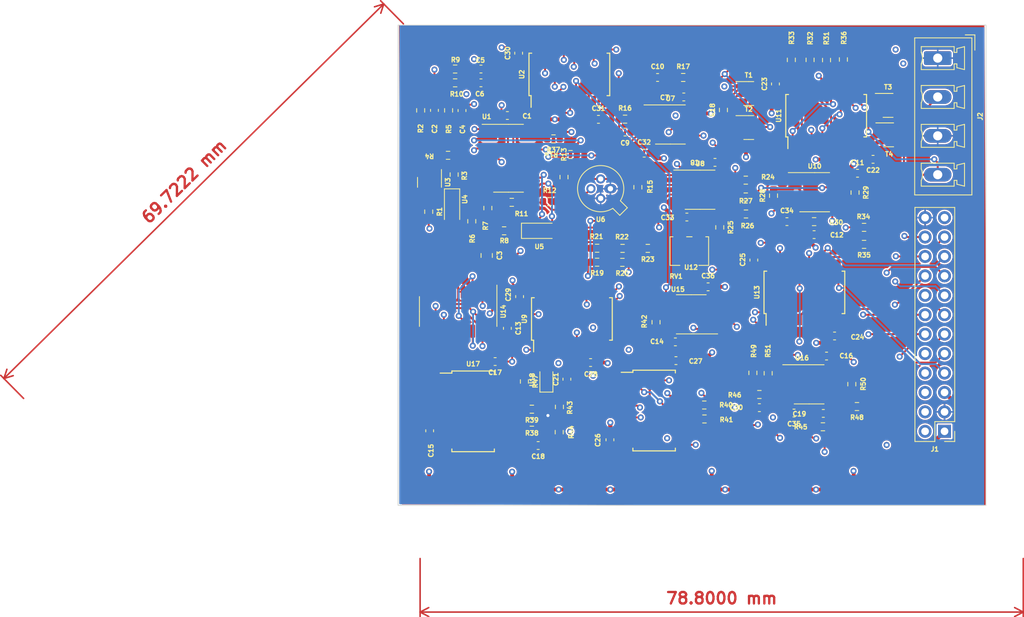
<source format=kicad_pcb>
(kicad_pcb (version 20221018) (generator pcbnew)
  (layers (0 "F.Cu" signal) (1 "In1.Cu" signal "vertical.Cu") (2 "In2.Cu" signal "horizontal.Cu") (31 "B.Cu" signal) (34 "B.Paste" user) (35 "F.Paste" user) (36 "B.SilkS" user "B.Silkscreen") (37 "F.SilkS" user "F.Silkscreen") (38 "B.Mask" user) (39 "F.Mask" user) (44 "Edge.Cuts" user))
  (net 0 "")
  (net 1 "-5V")
  (net 2 "+5V")
  (net 3 "Net-(C2-Pad1)")
  (net 4 "GND")
  (net 5 "Net-(C3-Pad1)")
  (net 6 "Net-(C4-Pad1)")
  (net 7 "Net-(C5-Pad1)")
  (net 8 "/AnalogCore/OSC_IN")
  (net 9 "Net-(C6-Pad1)")
  (net 10 "Net-(U7A--)")
  (net 11 "Net-(C9-Pad2)")
  (net 12 "Net-(C10-Pad2)")
  (net 13 "Net-(U10A--)")
  (net 14 "Net-(U10B--)")
  (net 15 "Net-(U17-C1)")
  (net 16 "Net-(U17-C2)")
  (net 17 "Net-(C18-Pad1)")
  (net 18 "Net-(U16B-+)")
  (net 19 "Net-(U16A-+)")
  (net 20 "Net-(U17-SigIn)")
  (net 21 "Net-(U18-A)")
  (net 22 "/AnalogCore/GUARD")
  (net 25 "/PLL/PHX{slash}R")
  (net 27 "/PLL/VR")
  (net 29 "/PLL/VX")
  (net 30 "/AnalogCore/IX1")
  (net 31 "/PLL/ADC")
  (net 32 "/AnalogCore/IX0")
  (net 33 "/PLL/CALX")
  (net 34 "/AnalogCore/AVX1")
  (net 35 "/PLL/PHSCAL")
  (net 36 "/AnalogCore/AVX0")
  (net 37 "/PLL/PHRZS")
  (net 38 "/AnalogCore/C{slash}L")
  (net 39 "/PLL/PHXZS")
  (net 40 "/AnalogCore/VSRC")
  (net 41 "/AnalogCore/SN+")
  (net 42 "/AnalogCore/DR+")
  (net 43 "Net-(U3-A)")
  (net 44 "Net-(U1C--)")
  (net 45 "Net-(R11-Pad1)")
  (net 46 "Net-(U1B--)")
  (net 47 "Net-(U6-G)")
  (net 48 "Net-(U6-D)")
  (net 49 "Net-(U1A--)")
  (net 50 "/AnalogCore/V_sig")
  (net 51 "Net-(R18-Pad1)")
  (net 52 "Net-(R19-Pad1)")
  (net 53 "/AnalogCore/VVX")
  (net 54 "Net-(R20-Pad1)")
  (net 55 "Net-(U8A--)")
  (net 56 "/AnalogCore/VIX")
  (net 57 "Net-(R25-Pad2)")
  (net 58 "Net-(R26-Pad2)")
  (net 59 "Net-(R27-Pad2)")
  (net 60 "Net-(U11-X0)")
  (net 61 "Net-(U11-X1)")
  (net 62 "Net-(U11-X2)")
  (net 63 "Net-(U11-X3)")
  (net 64 "Net-(U1D--)")
  (net 65 "Net-(U17-R1)")
  (net 66 "Net-(U17-R2)")
  (net 67 "Net-(U7B-+)")
  (net 68 "/AnalogCore/VXX")
  (net 69 "Net-(R41-Pad2)")
  (net 70 "Net-(R42-Pad1)")
  (net 71 "Net-(U17-VCOin)")
  (net 72 "Net-(U17-PC2)")
  (net 73 "Net-(R45-Pad1)")
  (net 74 "Net-(R46-Pad1)")
  (net 75 "Net-(U16B--)")
  (net 76 "Net-(U16A--)")
  (net 77 "Net-(U1A-+)")
  (net 78 "/Oscillator/FREQ")
  (net 79 "Net-(U8B--)")
  (net 80 "Net-(U9-Pad14)")
  (net 81 "Net-(U12-Pad3)")
  (net 82 "Net-(U10B-+)")
  (net 83 "Net-(U15A-+)")
  (net 84 "Net-(U12B-B)")
  (net 85 "Net-(U12A-A)")
  (net 86 "/PLL/PHI180")
  (net 87 "/PLL/PHI270")
  (net 88 "/PLL/PHI0")
  (net 89 "/PLL/PHI90")
  (net 90 "Net-(U14A-C)")
  (net 95 "Net-(U1B-+)")
  (net 96 "Net-(U1-Pad8)")
  (net 97 "Net-(T3-Pad1)")
  (net 98 "Net-(U8B-+)")
  (footprint "Resistor_SMD:R_0603_1608Metric" (layer "F.Cu") (at 52.85 58.15 180)
    (fp_text reference "R20")
    (fp_text value "R0603_909k")
  )
  (footprint "Resistor_SMD:R_0603_1608Metric" (layer "F.Cu") (at 46.075 44.05 180)
    (fp_text reference "R14")
    (fp_text value "R0603_4.75k")
  )
  (footprint "Resistor_SMD:R_0603_1608Metric" (layer "F.Cu") (at 56.175 56.325 180)
    (fp_text reference "R23")
    (fp_text value "R0603_1k")
  )
  (footprint "Package_SO:SO-14_3.9x8.65mm_P1.27mm" (layer "F.Cu") (at 37.975 44.535)
    (fp_text reference "U1")
    (fp_text value "LM324")
  )
  (footprint "Capacitor_SMD:C_0603_1608Metric" (layer "F.Cu") (at 41.85 82.1 180)
    (fp_text reference "C18")
    (fp_text value "C0603_100nF_25V")
  )
  (footprint "Resistor_SMD:R_0603_1608Metric" (layer "F.Cu") (at 54.875 48.325 90)
    (fp_text reference "R15")
    (fp_text value "R0603_750")
  )
  (footprint "Resistor_SMD:R_0603_1608Metric" (layer "F.Cu") (at 72.6 49.425 90)
    (fp_text reference "R28")
    (fp_text value "R0603_4.99k")
  )
  (footprint "Resistor_SMD:R_0603_1608Metric" (layer "F.Cu") (at 43.325 50.2)
    (fp_text reference "R12")
    (fp_text value "R0603_100k")
  )
  (footprint "Package_TO_SOT_SMD:SOT-23" (layer "F.Cu") (at 69.3625 36.075)
    (fp_text reference "T1")
    (fp_text value "BC846BLT1G")
  )
  (footprint "Capacitor_SMD:C_0603_1608Metric" (layer "F.Cu") (at 49.725 39.45)
    (fp_text reference "C31")
    (fp_text value "C0603_100nF_25V")
  )
  (footprint "Capacitor_SMD:C_0603_1608Metric" (layer "F.Cu") (at 61.275 52.225 180)
    (fp_text reference "C33")
    (fp_text value "C0603_100nF_25V")
  )
  (footprint "Resistor_SMD:R_0603_1608Metric" (layer "F.Cu") (at 31 34.675 180)
    (fp_text reference "R10")
    (fp_text value "R0603_20k")
  )
  (footprint "Capacitor_SMD:C_0603_1608Metric" (layer "F.Cu") (at 59.775 68.55 180)
    (fp_text reference "C14")
    (fp_text value "C0603_100nF_25V")
  )
  (footprint "Package_SO:SOIC-16W_5.3x10.2mm_P1.27mm" (layer "F.Cu") (at 46.255 65.55 90)
    (fp_text reference "U9")
    (fp_text value "~")
  )
  (footprint "Resistor_SMD:R_0603_1608Metric" (layer "F.Cu") (at 68.975 47.4 180)
    (fp_text reference "R24")
    (fp_text value "R0603_20k")
  )
  (footprint "Capacitor_SMD:C_0603_1608Metric" (layer "F.Cu") (at 59.85 71)
    (fp_text reference "C27")
    (fp_text value "C0603_100nF_25V")
  )
  (footprint "Resistor_SMD:R_0603_1608Metric" (layer "F.Cu") (at 79.525 31.7 90)
    (fp_text reference "R31")
    (fp_text value "R0603_10M")
  )
  (footprint "Resistor_SMD:R_0603_1608Metric" (layer "F.Cu") (at 63.575 78.625 180)
    (fp_text reference "R41")
    (fp_text value "R0603_10k")
  )
  (footprint "Resistor_SMD:R_0603_1608Metric" (layer "F.Cu") (at 68.975 49.6)
    (fp_text reference "R27")
    (fp_text value "R0603_10k")
  )
  (footprint "Resistor_SMD:R_0603_1608Metric" (layer "F.Cu") (at 35.275 51.05 90)
    (fp_text reference "R7")
    (fp_text value "R0603_1M")
  )
  (footprint "Resistor_SMD:R_0603_1608Metric" (layer "F.Cu") (at 30.875 46.675 -90)
    (fp_text reference "R3")
    (fp_text value "R0603_10k")
  )
  (footprint "Capacitor_SMD:C_0603_1608Metric" (layer "F.Cu") (at 39.3 30.8 90)
    (fp_text reference "C30")
    (fp_text value "C0603_100nF_25V")
  )
  (footprint "Capacitor_SMD:C_0603_1608Metric" (layer "F.Cu") (at 34.375 32.875)
    (fp_text reference "C5")
    (fp_text value "C0603_10nF_50V")
  )
  (footprint "Package_TO_SOT_SMD:SOT-23" (layer "F.Cu") (at 69.3625 40.525)
    (fp_text reference "T2")
    (fp_text value "BC856B")
  )
  (footprint "Resistor_SMD:R_0603_1608Metric" (layer "F.Cu") (at 41.025 77.35 180)
    (fp_text reference "R39")
    (fp_text value "R0603_1M")
  )
  (footprint "Resistor_SMD:R_0603_1608Metric" (layer "F.Cu") (at 81.725 31.625 90)
    (fp_text reference "R36")
    (fp_text value "R0603_10")
  )
  (footprint "Resistor_SMD:R_0603_1608Metric" (layer "F.Cu") (at 30.075 44.15 180)
    (fp_text reference "R4")
    (fp_text value "R0603_1M")
  )
  (footprint "Capacitor_SMD:C_0603_1608Metric" (layer "F.Cu") (at 55.7 43.875)
    (fp_text reference "C32")
    (fp_text value "C0603_100nF_25V")
  )
  (footprint "Capacitor_SMD:C_0603_1608Metric" (layer "F.Cu") (at 85.6 44.675 180)
    (fp_text reference "C22")
    (fp_text value "C0603_100nF_25V")
  )
  (footprint "Resistor_SMD:R_0603_1608Metric" (layer "F.Cu") (at 31 32.875 180)
    (fp_text reference "R9")
    (fp_text value "R0603_200k")
  )
  (footprint "Resistor_SMD:R_0603_1608Metric" (layer "F.Cu") (at 43.85 42 180)
    (fp_text reference "R37")
    (fp_text value "R0603_100")
  )
  (footprint "Resistor_SMD:R_0603_1608Metric" (layer "F.Cu") (at 65.575 53.575 -90)
    (fp_text reference "R25")
    (fp_text value "R0603_18k")
  )
  (footprint "Resistor_SMD:R_0603_1608Metric" (layer "F.Cu") (at 26.5 38.275 90)
    (fp_text reference "R2")
    (fp_text value "R0603_200k")
  )
  (footprint "Resistor_SMD:R_0603_1608Metric" (layer "F.Cu") (at 71.9 72.65 90)
    (fp_text reference "R51")
    (fp_text value "R0603_15k")
  )
  (footprint "Capacitor_SMD:C_0603_1608Metric" (layer "F.Cu") (at 72.85 34.825 90)
    (fp_text reference "C23")
    (fp_text value "C0603_100nF_25V")
  )
  (footprint "Capacitor_SMD:C_0603_1608Metric" (layer "F.Cu") (at 28.3 38.275 -90)
    (fp_text reference "C2")
    (fp_text value "C0603_10nF_50V")
  )
  (footprint "Resistor_SMD:R_0603_1608Metric" (layer "F.Cu") (at 38.4 50.3)
    (fp_text reference "R11")
    (fp_text value "R0603_100k")
  )
  (footprint "Resistor_SMD:R_0603_1608Metric" (layer "F.Cu") (at 83.25 49.025 -90)
    (fp_text reference "R29")
    (fp_text value "R0603_4.99k")
  )
  (footprint "Capacitor_SMD:C_0603_1608Metric" (layer "F.Cu") (at 74.35 52.825)
    (fp_text reference "C34")
    (fp_text value "C0603_100nF_25V")
  )
  (footprint "Resistor_SMD:R_0603_1608Metric" (layer "F.Cu") (at 77.9 52.825 180)
    (fp_text reference "R30")
    (fp_text value "R0603_2.49k")
  )
  (footprint "Capacitor_SMD:C_0603_1608Metric" (layer "F.Cu") (at 37.825 38.95 180)
    (fp_text reference "C1")
    (fp_text value "C0603_100nF_25V")
  )
  (footprint "Package_SO:SO-8_3.9x4.9mm_P1.27mm" (layer "F.Cu") (at 61.85 64.945 180)
    (fp_text reference "U15")
    (fp_text value "LM393B")
  )
  (footprint "Resistor_SMD:R_0603_1608Metric" (layer "F.Cu") (at 37.4 54.025)
    (fp_text reference "R8")
    (fp_text value "R0603_2.2k")
  )
  (footprint "Resistor_SMD:R_0603_1608Metric" (layer "F.Cu") (at 70.75 75.425)
    (fp_text reference "R46")
    (fp_text value "R0603_470k")
  )
  (footprint "Capacitor_SMD:C_0603_1608Metric" (layer "F.Cu") (at 64.95 45.075)
    (fp_text reference "C8")
    (fp_text value "C0603_100nF_25V")
  )
  (footprint "Capacitor_SMD:C_0603_1608Metric" (layer "F.Cu") (at 60.875 36.525)
    (fp_text reference "C7")
    (fp_text value "C0603_100nF_25V")
  )
  (footprint "Package_SO:SOIC-16W_5.3x10.2mm_P1.27mm" (layer "F.Cu") (at 76.63 62.075 90)
    (fp_text reference "U13")
    (fp_text value "~")
  )
  (footprint "Capacitor_SMD:C_0603_1608Metric" (layer "F.Cu") (at 70.025 57.85 -90)
    (fp_text reference "C25")
    (fp_text value "C0603_100nF_25V")
  )
  (footprint "Capacitor_SMD:C_0603_1608Metric" (layer "F.Cu") (at 48.7 71.25)
    (fp_text reference "C28")
    (fp_text value "C0603_100nF_25V")
  )
  (footprint "Resistor_SMD:R_0603_1608Metric" (layer "F.Cu") (at 27.55 51.525 -90)
    (fp_text reference "R1")
    (fp_text value "R0603_1k")
  )
  (footprint "Resistor_SMD:R_0603_1608Metric" (layer "F.Cu") (at 30.15 38.275 90)
    (fp_text reference "R5")
    (fp_text value "R0603_20k")
  )
  (footprint "Connector_Phoenix_MC_HighVoltage:PhoenixContact_MCV_1,5_4-G-5.08_1x04_P5.08mm_Vertical" (layer "F.Cu") (at 94.05 31.445 -90)
    (fp_text reference "J2")
    (fp_text value "Conn_Screw_1x4_male")
  )
  (footprint "Resistor_SMD:R_0603_1608Metric" (layer "F.Cu") (at 40.05 73.725 -90)
    (fp_text reference "R47")
    (fp_text value "R0603_10k")
  )
  (footprint "Diode_SMD:D_SOD-323" (layer "F.Cu") (at 42.925 73.5 90)
    (fp_text reference "U18")
    (fp_text value "BZX348")
  )
  (footprint "Capacitor_SMD:C_0603_1608Metric" (layer "F.Cu") (at 45.6 73.425 90)
    (fp_text reference "C21")
    (fp_text value "C0603_10nF_50V")
  )
  (footprint "Capacitor_SMD:C_0603_1608Metric" (layer "F.Cu") (at 51.225 81.35 -90)
    (fp_text reference "C26")
    (fp_text value "C0603_100nF_25V")
  )
  (footprint "Package_SO:SO-8_3.9x4.9mm_P1.27mm" (layer "F.Cu") (at 63 48.65)
    (fp_text reference "U8")
    (fp_text value "TLC2272")
  )
  (footprint "Capacitor_SMD:C_0603_1608Metric" (layer "F.Cu") (at 53.2 41.115 180)
    (fp_text reference "C9")
    (fp_text value "C0603_100pF_50V")
  )
  (footprint "Resistor_SMD:R_0603_1608Metric" (layer "F.Cu") (at 52.875 56.325 180)
    (fp_text reference "R22")
    (fp_text value "R0603_9.09k")
  )
  (footprint "Capacitor_SMD:C_0603_1608Metric" (layer "F.Cu") (at 37.825 66.775 -90)
    (fp_text reference "C13")
    (fp_text value "C0603_100nF_25V")
  )
  (footprint "Capacitor_SMD:C_0603_1608Metric" (layer "F.Cu") (at 75.275 77.85 180)
    (fp_text reference "C35")
    (fp_text value "C0603_100nF_25V")
  )
  (footprint "Diode_SMD:D_SOD-123" (layer "F.Cu") (at 30.6 50.9 -90)
    (fp_text reference "U4")
    (fp_text value "1N4148")
  )
  (footprint "Package_TO_SOT_SMD:SOT-23" (layer "F.Cu") (at 87.6375 41.475)
    (fp_text reference "T4")
    (fp_text value "BC846BLT1G")
  )
  (footprint "Capacitor_SMD:C_0603_1608Metric" (layer "F.Cu") (at 57.45 33.975)
    (fp_text reference "C10")
    (fp_text value "C0603_10nF_50V")
  )
  (footprint "Resistor_SMD:R_0603_1608Metric" (layer "F.Cu") (at 44.625 77.05 90)
    (fp_text reference "R43")
    (fp_text value "R0603_330k")
  )
  (footprint "Capacitor_SMD:C_0603_1608Metric" (layer "F.Cu") (at 80.575 67.775)
    (fp_text reference "C24")
    (fp_text value "C0603_100nF_25V")
  )
  (footprint "Potentiometer_SMD:Potentiometer_Bourns_3214W_Vertical" (layer "F.Cu") (at 61.6 56.675)
    (fp_text reference "RV1")
    (fp_text value "R_Potentiometer")
  )
  (footprint "Resistor_SMD:R_0603_1608Metric" (layer "F.Cu") (at 69 51.825)
    (fp_text reference "R26")
    (fp_text value "R0603_10k")
  )
  (footprint "Resistor_SMD:R_0603_1608Metric" (layer "F.Cu") (at 74.925 31.675 90)
    (fp_text reference "R33")
    (fp_text value "R0603_1k")
  )
  (footprint "Connector_PinHeader_2.54mm:PinHeader_2x12_P2.54mm_Vertical" (layer "F.Cu") (at 94.94 80.24 180)
    (fp_text reference "J1")
    (fp_text value "Conn_2x12_2.54_male")
  )
  (footprint "Resistor_SMD:R_0603_1608Metric" (layer "F.Cu") (at 82.825 74.075 90)
    (fp_text reference "R50")
    (fp_text value "R0603_15k")
  )
  (footprint "Resistor_SMD:R_0603_1608Metric" (layer "F.Cu") (at 84.425 53.575 180)
    (fp_text reference "R34")
    (fp_text value "R0603_1k")
  )
  (footprint "Package_SO:SO-8_3.9x4.9mm_P1.27mm" (layer "F.Cu") (at 77.25 74.1)
    (fp_text reference "U16")
    (fp_text value "LM358B")
  )
  (footprint "Resistor_SMD:R_0603_1608Metric" (layer "F.Cu") (at 79.05 79.65)
    (fp_text reference "R45")
    (fp_text value "R0603_470k")
  )
  (footprint "Package_SO:SOIC-16W_5.3x10.2mm_P1.27mm" (layer "F.Cu") (at 45.925 33.575 90)
    (fp_text reference "U2")
    (fp_text value "~")
  )
  (footprint "Resistor_SMD:R_0603_1608Metric" (layer "F.Cu") (at 33.175 52.775 90)
    (fp_text reference "R6")
    (fp_text value "R0603_10k")
  )
  (footprint "Capacitor_SMD:C_0603_1608Metric" (layer "F.Cu") (at 79.525 70.4)
    (fp_text reference "C16")
    (fp_text value "C0603_100nF_25V")
  )
  (footprint "Package_TO_SOT_SMD:SOT-23" (layer "F.Cu") (at 87.5625 37.625)
    (fp_text reference "T3")
    (fp_text value "BC846BLT1G")
  )
  (footprint "Resistor_SMD:R_0603_1608Metric" (layer "F.Cu") (at 49.55 56.3 180)
    (fp_text reference "R21")
    (fp_text value "R0603_90.9k")
  )
  (footprint "Package_SO:SO-16_3.9x9.9mm_P1.27mm" (layer "F.Cu") (at 31.395 64.575 -90)
    (fp_text reference "U14")
    (fp_text value "CD4027")
  )
  (footprint "Resistor_SMD:R_0603_1608Metric" (layer "F.Cu") (at 57.25 65.975 -90)
    (fp_text reference "R42")
    (fp_text value "R0603_10k")
  )
  (footprint "Capacitor_SMD:C_0603_1608Metric" (layer "F.Cu") (at 83.575 46.5 180)
    (fp_text reference "C11")
    (fp_text value "C0603_100nF_25V")
  )
  (footprint "Package_TO_SOT_THT:TO-72-4" (layer "F.Cu") (at 51.285276 48.515276 180)
    (fp_text reference "U6")
    (fp_text value "2N4416")
  )
  (footprint "Capacitor_SMD:C_0603_1608Metric" (layer "F.Cu") (at 31.9 38.3 -90)
    (fp_text reference "C4")
    (fp_text value "C0603_10nF_50V")
  )
  (footprint "Diode_SMD:D_SOD-123" (layer "F.Cu") (at 42.025 54.025)
    (fp_text reference "U5")
    (fp_text value "1N4148")
  )
  (footprint "Resistor_SMD:R_0603_1608Metric" (layer "F.Cu") (at 69.9 72.6 -90)
    (fp_text reference "R49")
    (fp_text value "R0603_10k")
  )
  (footprint "Package_SO:SOIC-16W_5.3x10.2mm_P1.27mm" (layer "F.Cu") (at 79.475 38.975 90)
    (fp_text reference "U11")
    (fp_text value "CD4052B")
  )
  (footprint "Resistor_SMD:R_0603_1608Metric" (layer "F.Cu") (at 84.425 55.8)
    (fp_text reference "R35")
    (fp_text value "R0603_1k")
  )
  (footprint "Resistor_SMD:R_0603_1608Metric" (layer "F.Cu") (at 44.6 80.35 90)
    (fp_text reference "R44")
    (fp_text value "R0603_22k")
  )
  (footprint "Package_SO:SO-8_3.9x4.9mm_P1.27mm" (layer "F.Cu") (at 77.975 48.975)
    (fp_text reference "U10")
    (fp_text value "TLC2272")
  )
  (footprint "Package_TO_SOT_SMD:SOT-23" (layer "F.Cu") (at 27.65 47.6875 -90)
    (fp_text reference "U3")
    (fp_text value "TL431")
  )
  (footprint "Resistor_SMD:R_0603_1608Metric" (layer "F.Cu") (at 53.2 39.425)
    (fp_text reference "R16")
    (fp_text value "R0603_1k")
  )
  (footprint "Resistor_SMD:R_0603_1608Metric" (layer "F.Cu") (at 63.55 76.8 180)
    (fp_text reference "R40")
    (fp_text value "R0603_10k")
  )
  (footprint "Package_SO:SOIC-16W_5.3x10.2mm_P1.27mm" (layer "F.Cu") (at 33.35 77.63)
    (fp_text reference "U17")
    (fp_text value "~")
  )
  (footprint "Resistor_SMD:R_0603_1608Metric" (layer "F.Cu") (at 66.05 38.225 90)
    (fp_text reference "R18")
    (fp_text value "R0603_220")
  )
  (footprint "Resistor_SMD:R_0603_1608Metric" (layer "F.Cu") (at 41.025 79.05 180)
    (fp_text reference "R38")
    (fp_text value "R0603_10k")
  )
  (footprint "Resistor_SMD:R_0603_1608Metric" (layer "F.Cu") (at 45.225 47 90)
    (fp_text reference "R13")
    (fp_text value "R0603_2k")
  )
  (footprint "Capacitor_SMD:C_0603_1608Metric" (layer "F.Cu") (at 77.9 54.525)
    (fp_text reference "C12")
    (fp_text value "C0603_82nF_25V")
  )
  (footprint "Resistor_SMD:R_0603_1608Metric" (layer "F.Cu") (at 83.5 77 180)
    (fp_text reference "R48")
    (fp_text value "R0603_10k")
  )
  (footprint "Capacitor_SMD:C_0603_1608Metric" (layer "F.Cu") (at 79.1 77.9 180)
    (fp_text reference "C19")
    (fp_text value "C0603_1uF_25V")
  )
  (footprint "Package_SO:SO-8_3.9x4.9mm_P1.27mm" (layer "F.Cu") (at 59.125 40.125)
    (fp_text reference "U7")
    (fp_text value "LM358B")
  )
  (footprint "Capacitor_SMD:C_0603_1608Metric" (layer "F.Cu") (at 34.375 34.675)
    (fp_text reference "C6")
    (fp_text value "C0603_10nF_50V")
  )
  (footprint "Resistor_SMD:R_0603_1608Metric" (layer "F.Cu") (at 49.55 58.125 180)
    (fp_text reference "R19")
    (fp_text value "R0603_9.09M")
  )
  (footprint "Capacitor_SMD:C_0603_1608Metric" (layer "F.Cu") (at 36.225 71.12 180)
    (fp_text reference "C17")
    (fp_text value "C0603_100nF_25V")
  )
  (footprint "Capacitor_SMD:C_0603_1608Metric" (layer "F.Cu") (at 39.425 62.625 -90)
    (fp_text reference "C29")
    (fp_text value "C0603_100nF_25V")
  )
  (footprint "Resistor_SMD:R_0603_1608Metric" (layer "F.Cu") (at 77.375 31.675 90)
    (fp_text reference "R32")
    (fp_text value "R0603_100k")
  )
  (footprint "Resistor_SMD:R_0603_1608Metric" (layer "F.Cu") (at 60.8 33.975)
    (fp_text reference "R17")
    (fp_text value "R0603_200k")
  )
  (footprint "Capacitor_SMD:C_0603_1608Metric" (layer "F.Cu") (at 64.05 61.35)
    (fp_text reference "C36")
    (fp_text value "C0603_100nF_25V")
  )
  (footprint "Package_SO:SOIC-16W_5.3x10.2mm_P1.27mm" (layer "F.Cu") (at 57 77.525)
    (fp_text reference "U12")
    (fp_text value "~")
  )
  (footprint "Capacitor_SMD:C_0603_1608Metric" (layer "F.Cu") (at 70.75 77.15 180)
    (fp_text reference "C20")
    (fp_text value "C0603_1uF_25V")
  )
  (footprint "Capacitor_SMD:C_0603_1608Metric" (layer "F.Cu") (at 27.675 80.175 -90)
    (fp_text reference "C15")
    (fp_text value "C0603_10nF_50V")
  )
  (footprint "Capacitor_SMD:C_0805_2012Metric" (layer "F.Cu") (at 35.125 57.25 -90)
    (fp_text reference "C3")
    (fp_text value "C0805_22uF_6.3V")
  )
  (gr_rect (start 23.55 27.125) (end 100.35 89.925) (stroke (width 0.1)) (fill none) (layer "Edge.Cuts"))
  (dimension (type aligned) (layer "F.Cu") (pts (xy 24.6 27.325) (xy -25.025 76.3)) (height 4.161583) (gr_text "69,7222 mm" (at -4.400095 47.569327 44.62229496) (layer "F.Cu") (effects (font (size 1.5 1.5) (thickness 0.3)))) (format (prefix "") (suffix "") (units 3) (units_format 1) (precision 4)) (style (thickness 0.2) (arrow_length 1.27) (text_position_mode 0) (extension_height 0.58642) (extension_offset 0.5) keep_text_aligned))
  (dimension (type aligned) (layer "F.Cu") (pts (xy 26.425 96.375) (xy 105.225 96.375)) (height 7.5) (gr_text "78,8000 mm" (at 65.825 102.075) (layer "F.Cu") (effects (font (size 1.5 1.5) (thickness 0.3)))) (format (prefix "") (suffix "") (units 3) (units_format 1) (precision 4)) (style (thickness 0.2) (arrow_length 1.27) (text_position_mode 0) (extension_height 0.58642) (extension_offset 0.5) keep_text_aligned))
  (segment (start 74.5 77.85) (end 74.5 76.18) (width 0.25) (layer "F.Cu") (net 1))
  (segment (start 89.775 87.85) (end 78.15 87.85) (width 0.5) (layer "F.Cu") (net 1))
  (segment (start 84.575 44.425) (end 84.825 44.675) (width 0.5) (layer "F.Cu") (net 1))
  (segment (start 56.475 42.105) (end 56.55 42.03) (width 0.5) (layer "F.Cu") (net 1))
  (segment (start 78.175 81.175) (end 77.825 81.175) (width 0.25) (layer "F.Cu") (net 1))
  (segment (start 51.35 80.7) (end 53.45 80.7) (width 0.25) (layer "F.Cu") (net 1))
  (segment (start 40.073249 44.535) (end 40.45 44.535) (width 0.25) (layer "F.Cu") (net 1))
  (segment (start 51.275 79.1) (end 51.275 80.525) (width 0.55) (layer "F.Cu") (net 1))
  (segment (start 50.85 71.25) (end 50.925 71.325) (width 0.5) (layer "F.Cu") (net 1))
  (segment (start 75.125 55.7) (end 77.575 55.7) (width 0.5) (layer "F.Cu") (net 1))
  (segment (start 64.825 62.64) (end 64.425 63.04) (width 0.5) (layer "F.Cu") (net 1))
  (segment (start 78.175 68.675) (end 79.65 68.675) (width 0.5) (layer "F.Cu") (net 1))
  (segment (start 38.6 38.95) (end 38.6 43.061751) (width 0.25) (layer "F.Cu") (net 1))
  (segment (start 57.15 44.55) (end 56.475 43.875) (width 0.5) (layer "F.Cu") (net 1))
  (segment (start 48.95 39.45) (end 39.1 39.45) (width 0.5) (layer "F.Cu") (net 1))
  (segment (start 59.525 52.225) (end 58.275 50.975) (width 0.5) (layer "F.Cu") (net 1))
  (segment (start 78.15 87.85) (end 66.275 87.85) (width 0.5) (layer "F.Cu") (net 1))
  (segment (start 49.1 37.125) (end 49.1 39.3) (width 0.5) (layer "F.Cu") (net 1))
  (segment (start 49.475 71.25) (end 50.85 71.25) (width 0.5) (layer "F.Cu") (net 1))
  (segment (start 64.825 61.35) (end 66.25 61.35) (width 0.5) (layer "F.Cu") (net 1))
  (segment (start 81.173249 44.7) (end 81.273249 44.8) (width 0.5) (layer "F.Cu") (net 1))
  (segment (start 96.24 76.46) (end 96.24 81.385) (width 0.5) (layer "F.Cu") (net 1))
  (segment (start 49.475 69.145) (end 49.43 69.1) (width 0.5) (layer "F.Cu") (net 1))
  (segment (start 96.24 81.385) (end 89.775 87.85) (width 0.5) (layer "F.Cu") (net 1))
  (segment (start 56.475 43.875) (end 56.475 42.105) (width 0.5) (layer "F.Cu") (net 1))
  (segment (start 44.525 87.85) (end 27.225 87.85) (width 0.5) (layer "F.Cu") (net 1))
  (segment (start 69 42.05) (end 68.425 41.475) (width 0.5) (layer "F.Cu") (net 1))
  (segment (start 81.648249 44.425) (end 84.575 44.425) (width 0.5) (layer "F.Cu") (net 1))
  (segment (start 60.5 52.225) (end 60.5 50.63) (width 0.5) (layer "F.Cu") (net 1))
  (segment (start 75.125 52.825) (end 75.125 55.7) (width 0.5) (layer "F.Cu") (net 1))
  (segment (start 58.275 44.55) (end 57.15 44.55) (width 0.5) (layer "F.Cu") (net 1))
  (segment (start 94.94 75.16) (end 96.24 76.46) (width 0.5) (layer "F.Cu") (net 1))
  (segment (start 60.5 50.63) (end 60.425 50.555) (width 0.5) (layer "F.Cu") (net 1))
  (segment (start 51.225 80.575) (end 51.35 80.7) (width 0.25) (layer "F.Cu") (net 1))
  (segment (start 81.173249 44.7) (end 82.65 43.223249) (width 0.5) (layer "F.Cu") (net 1))
  (segment (start 75.4 52.55) (end 75.125 52.825) (width 0.5) (layer "F.Cu") (net 1))
  (segment (start 77.825 81.175) (end 74.5 77.85) (width 0.25) (layer "F.Cu") (net 1))
  (segment (start 64.825 61.35) (end 64.825 62.64) (width 0.5) (layer "F.Cu") (net 1))
  (segment (start 66.275 87.85) (end 44.525 87.85) (width 0.5) (layer "F.Cu") (net 1))
  (segment (start 74.5 76.18) (end 74.675 76.005) (width 0.25) (layer "F.Cu") (net 1))
  (segment (start 49.1 39.3) (end 48.95 39.45) (width 0.5) (layer "F.Cu") (net 1))
  (segment (start 79.65 68.675) (end 79.8 68.525) (width 0.5) (layer "F.Cu") (net 1))
  (segment (start 69 44.375) (end 69 42.05) (width 0.5) (layer "F.Cu") (net 1))
  (segment (start 51.275 80.525) (end 51.225 80.575) (width 0.55) (layer "F.Cu") (net 1))
  (segment (start 79.8 67.775) (end 79.8 68.525) (width 0.5) (layer "F.Cu") (net 1))
  (segment (start 60 52.225) (end 59.975 52.2) (width 0.5) (layer "F.Cu") (net 1))
  (segment (start 60.5 52.225) (end 60 52.225) (width 0.5) (layer "F.Cu") (net 1))
  (segment (start 38.6 43.061751) (end 40.073249 44.535) (width 0.25) (layer "F.Cu") (net 1))
  (segment (start 39.1 39.45) (end 38.6 38.95) (width 0.5) (layer "F.Cu") (net 1))
  (segment (start 77.575 55.7) (end 78.1 56.225) (width 0.5) (layer "F.Cu") (net 1))
  (segment (start 56.78 42.03) (end 56.55 42.03) (width 0.25) (layer "F.Cu") (net 1))
  (segment (start 60.5 52.225) (end 59.525 52.225) (width 0.5) (layer "F.Cu") (net 1))
  (segment (start 82.65 43.223249) (end 82.65 42.525) (width 0.5) (layer "F.Cu") (net 1))
  (segment (start 79.805 67.77) (end 79.8 67.775) (width 0.5) (layer "F.Cu") (net 1))
  (segment (start 49.475 71.25) (end 49.475 69.145) (width 0.5) (layer "F.Cu") (net 1))
  (segment (start 75.4 50.88) (end 75.4 52.55) (width 0.5) (layer "F.Cu") (net 1))
  (segment (start 79.805 65.625) (end 79.805 67.77) (width 0.5) (layer "F.Cu") (net 1))
  (segment (start 81.273249 44.8) (end 81.648249 44.425) (width 0.5) (layer "F.Cu") (net 1))
  (segment (start 78.1 44.7) (end 81.173249 44.7) (width 0.5) (layer "F.Cu") (net 1))
  (via (at 78.1 44.7) (size 0.8) (drill 0.4) (layers "F.Cu" "B.Cu") (net 1))
  (via (at 78.1 56.225) (size 0.8) (drill 0.4) (layers "F.Cu" "B.Cu") (net 1))
  (via (at 51.275 79.1) (size 0.8) (drill 0.4) (layers "F.Cu" "B.Cu") (net 1))
  (via (at 66.275 87.85) (size 0.8) (drill 0.4) (layers "F.Cu" "B.Cu") (net 1))
  (via (at 44.025 39.45) (size 0.8) (drill 0.4) (layers "F.Cu" "B.Cu") (net 1))
  (via (at 58.275 44.55) (size 0.8) (drill 0.4) (layers "F.Cu" "B.Cu") (net 1))
  (via (at 50.925 71.325) (size 0.8) (drill 0.4) (layers "F.Cu" "B.Cu") (net 1))
  (via (at 44.5 71.325) (size 0.8) (drill 0.4) (layers "F.Cu" "B.Cu") (net 1))
  (via (at 69 44.375) (size 0.8) (drill 0.4) (layers "F.Cu" "B.Cu") (net 1))
  (via (at 58.275 50.975) (size 0.8) (drill 0.4) (layers "F.Cu" "B.Cu") (net 1))
  (via (at 51.275 87.85) (size 0.8) (drill 0.4) (layers "F.Cu" "B.Cu") (net 1))
  (via (at 78.175 68.675) (size 0.8) (drill 0.4) (layers "F.Cu" "B.Cu") (net 1))
  (via (at 66.25 61.35) (size 0.8) (drill 0.4) (layers "F.Cu" "B.Cu") (net 1))
  (via (at 44.525 87.85) (size 0.8) (drill 0.4) (layers "F.Cu" "B.Cu") (net 1))
  (via (at 78.15 87.85) (size 0.8) (drill 0.4) (layers "F.Cu" "B.Cu") (net 1))
  (via (at 78.175 81.175) (size 0.8) (drill 0.4) (layers "F.Cu" "B.Cu") (net 1))
  (segment (start 57.25 66.8) (end 59.225 66.8) (width 0.25) (layer "F.Cu") (net 2))
  (segment (start 59 67.125) (end 59.275 66.85) (width 0.5) (layer "F.Cu") (net 2))
  (segment (start 61.7 36.575) (end 61.65 36.525) (width 0.25) (layer "F.Cu") (net 2))
  (segment (start 83.075 86.375) (end 83.075 85.45) (width 0.5) (layer "F.Cu") (net 2))
  (segment (start 59 68.55) (end 59 67.125) (width 0.5) (layer "F.Cu") (net 2))
  (segment (start 69.55 59.1) (end 70.025 58.625) (width 0.25) (layer "F.Cu") (net 2))
  (segment (start 83.075 85.45) (end 83.05 85.425) (width 0.5) (layer "F.Cu") (net 2))
  (segment (start 41.66 61.85) (end 41.81 62) (width 0.25) (layer "F.Cu") (net 2))
  (segment (start 83.075 45.275) (end 82.8 45.55) (width 0.5) (layer "F.Cu") (net 2))
  (segment (start 72.35 36.1) (end 72.85 35.6) (width 0.5) (layer "F.Cu") (net 2))
  (segment (start 38.5 60.5) (end 38.5 60.925) (width 0.25) (layer "F.Cu") (net 2))
  (segment (start 37.05 38.95) (end 37.05 37.625) (width 0.25) (layer "F.Cu") (net 2))
  (segment (start 70.025 58.625) (end 72.085 58.625) (width 0.25) (layer "F.Cu") (net 2))
  (segment (start 27.55 52.35) (end 27.55 53.625) (width 0.25) (layer "F.Cu") (net 2))
  (segment (start 70.3 36.075) (end 72.375 36.075) (width 0.25) (layer "F.Cu") (net 2))
  (segment (start 88.805 86.375) (end 83.075 86.375) (width 0.5) (layer "F.Cu") (net 2))
  (segment (start 37.825 67.55) (end 36.24 67.55) (width 0.25) (layer "F.Cu") (net 2))
  (segment (start 64.525 86.375) (end 64.525 85.425) (width 0.5) (layer "F.Cu") (net 2))
  (segment (start 27.6 86.375) (end 27.225 86.375) (width 0.5) (layer "F.Cu") (net 2))
  (segment (start 83.075 86.375) (end 64.525 86.375) (width 0.5) (layer "F.Cu") (net 2))
  (segment (start 80.3 70.4) (end 80.3 71.72) (width 0.25) (layer "F.Cu") (net 2))
  (segment (start 36.9 73.185) (end 39.765 73.185) (width 0.25) (layer "F.Cu") (net 2))
  (segment (start 81.12 46.5) (end 80.55 47.07) (width 0.25) (layer "F.Cu") (net 2))
  (segment (start 38.45 71.125) (end 38.45 68.175) (width 0.25) (layer "F.Cu") (net 2))
  (segment (start 60.625 73.005) (end 60.55 73.08) (width 0.5) (layer "F.Cu") (net 2))
  (segment (start 60.625 71) (end 60.625 73.005) (width 0.5) (layer "F.Cu") (net 2))
  (segment (start 38.45 68.175) (end 37.825 67.55) (width 0.25) (layer "F.Cu") (net 2))
  (segment (start 36.24 67.55) (end 35.84 67.15) (width 0.25) (layer "F.Cu") (net 2))
  (segment (start 38.45 86.375) (end 27.6 86.375) (width 0.5) (layer "F.Cu") (net 2))
  (segment (start 72.375 36.075) (end 72.85 35.6) (width 0.25) (layer "F.Cu") (net 2))
  (segment (start 59.225 66.8) (end 59.275 66.85) (width 0.25) (layer "F.Cu") (net 2))
  (segment (start 64.525 86.375) (end 38.45 86.375) (width 0.5) (layer "F.Cu") (net 2))
  (segment (start 39.765 73.185) (end 40.05 72.9) (width 0.25) (layer "F.Cu") (net 2))
  (segment (start 82.8 45.55) (end 82.8 46.5) (width 0.5) (layer "F.Cu") (net 2))
  (segment (start 39.425 61.85) (end 41.66 61.85) (width 0.25) (layer "F.Cu") (net 2))
  (segment (start 37.05 37.625) (end 37.075 37.6) (width 0.25) (layer "F.Cu") (net 2))
  (segment (start 72.085 58.625) (end 72.185 58.525) (width 0.25) (layer "F.Cu") (net 2))
  (segment (start 65.725 46.595) (end 65.575 46.745) (width 0.25) (layer "F.Cu") (net 2))
  (segment (start 72.35 38.65) (end 72.35 36.1) (width 0.5) (layer "F.Cu") (net 2))
  (segment (start 61.423249 38.22) (end 61.7 38.22) (width 0.25) (layer "F.Cu") (net 2))
  (segment (start 37 71.12) (end 37 73.085) (width 0.25) (layer "F.Cu") (net 2))
  (segment (start 38.5 60.925) (end 39.425 61.85) (width 0.25) (layer "F.Cu") (net 2))
  (segment (start 37 71.12) (end 38.445 71.12) (width 0.25) (layer "F.Cu") (net 2))
  (segment (start 60.625 71) (end 60.625 70.175) (width 0.5) (layer "F.Cu") (net 2))
  (segment (start 65.725 45.075) (end 65.725 46.595) (width 0.25) (layer "F.Cu") (net 2))
  (segment (start 41.48 30.025) (end 37.1 30.025) (width 0.25) (layer "F.Cu") (net 2))
  (segment (start 27.6 85.5) (end 27.6 86.375) (width 0.5) (layer "F.Cu") (net 2))
  (segment (start 74.855 35.6) (end 75.03 35.425) (width 0.25) (layer "F.Cu") (net 2))
  (segment (start 38.445 71.12) (end 38.45 71.125) (width 0.25) (layer "F.Cu") (net 2))
  (segment (start 62.155 38.675) (end 61.7 38.22) (width 0.5) (layer "F.Cu") (net 2))
  (segment (start 64.4 38.675) (end 62.155 38.675) (width 0.5) (layer "F.Cu") (net 2))
  (segment (start 36.585 44.535) (end 37.075 45.025) (width 0.25) (layer "F.Cu") (net 2))
  (segment (start 82.3 70.4) (end 80.3 70.4) (width 0.25) (layer "F.Cu") (net 2))
  (segment (start 72.85 35.6) (end 74.855 35.6) (width 0.25) (layer "F.Cu") (net 2))
  (segment (start 37 73.085) (end 36.9 73.185) (width 0.25) (layer "F.Cu") (net 2))
  (segment (start 80.3 71.72) (end 79.825 72.195) (width 0.25) (layer "F.Cu") (net 2))
  (segment (start 65.725 43.575) (end 64.65 42.5) (width 0.25) (layer "F.Cu") (net 2))
  (segment (start 27.55 53.625) (end 27.65 53.725) (width 0.25) (layer "F.Cu") (net 2))
  (segment (start 64.6 59.1) (end 69.55 59.1) (width 0.25) (layer "F.Cu") (net 2))
  (segment (start 37.1 30.025) (end 37.075 30.05) (width 0.25) (layer "F.Cu") (net 2))
  (segment (start 65.725 45.075) (end 65.725 43.575) (width 0.25) (layer "F.Cu") (net 2))
  (segment (start 38.45 85.525) (end 38.45 86.375) (width 0.5) (layer "F.Cu") (net 2))
  (segment (start 61.7 38.22) (end 61.7 36.575) (width 0.25) (layer "F.Cu") (net 2))
  (segment (start 35.5 44.535) (end 36.585 44.535) (width 0.25) (layer "F.Cu") (net 2))
  (segment (start 60.625 71) (end 63.5 71) (width 0.5) (layer "F.Cu") (net 2))
  (segment (start 94.94 80.24) (end 88.805 86.375) (width 0.5) (layer "F.Cu") (net 2))
  (segment (start 63.5 71) (end 64.575 69.925) (width 0.5) (layer "F.Cu") (net 2))
  (segment (start 60.625 70.175) (end 59 68.55) (width 0.5) (layer "F.Cu") (net 2))
  (segment (start 82.8 46.5) (end 81.12 46.5) (width 0.25) (layer "F.Cu") (net 2))
  (segment (start 83.075 71.175) (end 82.3 70.4) (width 0.25) (layer "F.Cu") (net 2))
  (via (at 27.65 53.725) (size 0.8) (drill 0.4) (layers "F.Cu" "B.Cu") (net 2))
  (via (at 37.075 37.6) (size 0.8) (drill 0.4) (layers "F.Cu" "B.Cu") (net 2))
  (via (at 64.4 38.675) (size 0.8) (drill 0.4) (layers "F.Cu" "B.Cu") (net 2))
  (via (at 64.65 42.5) (size 0.8) (drill 0.4) (layers "F.Cu" "B.Cu") (net 2))
  (via (at 27.6 85.5) (size 0.8) (drill 0.4) (layers "F.Cu" "B.Cu") (net 2))
  (via (at 83.075 71.175) (size 0.8) (drill 0.4) (layers "F.Cu" "B.Cu") (net 2))
  (via (at 37.075 30.05) (size 0.8) (drill 0.4) (layers "F.Cu" "B.Cu") (net 2))
  (via (at 64.6 59.1) (size 0.8) (drill 0.4) (layers "F.Cu" "B.Cu") (net 2))
  (via (at 38.45 71.125) (size 0.8) (drill 0.4) (layers "F.Cu" "B.Cu") (net 2))
  (via (at 38.5 60.5) (size 0.8) (drill 0.4) (layers "F.Cu" "B.Cu") (net 2))
  (via (at 38.45 85.525) (size 0.8) (drill 0.4) (layers "F.Cu" "B.Cu") (net 2))
  (via (at 83.075 45.275) (size 0.8) (drill 0.4) (layers "F.Cu" "B.Cu") (net 2))
  (via (at 37.075 45.025) (size 0.8) (drill 0.4) (layers "F.Cu" "B.Cu") (net 2))
  (via (at 64.575 69.925) (size 0.8) (drill 0.4) (layers "F.Cu" "B.Cu") (net 2))
  (via (at 64.525 85.425) (size 0.8) (drill 0.4) (layers "F.Cu" "B.Cu") (net 2))
  (via (at 83.05 85.425) (size 0.8) (drill 0.4) (layers "F.Cu" "B.Cu") (net 2))
  (via (at 72.35 38.65) (size 0.8) (drill 0.4) (layers "F.Cu" "B.Cu") (net 2))
  (segment (start 28.3 34.75) (end 28.3 37.5) (width 0.25) (layer "F.Cu") (net 3))
  (segment (start 26.55 37.5) (end 26.5 37.45) (width 0.25) (layer "F.Cu") (net 3))
  (segment (start 28.3 37.5) (end 28.3 32.95) (width 0.25) (layer "F.Cu") (net 3))
  (segment (start 30.175 32.875) (end 28.3 34.75) (width 0.25) (layer "F.Cu") (net 3))
  (segment (start 46.56 32.515) (end 46.56 30.025) (width 0.25) (layer "F.Cu") (net 3))
  (segment (start 46.5 32.575) (end 46.56 32.515) (width 0.25) (layer "F.Cu") (net 3))
  (segment (start 28.3 37.5) (end 26.55 37.5) (width 0.25) (layer "F.Cu") (net 3))
  (via (at 28.3 32.95) (size 0.8) (drill 0.4) (layers "F.Cu" "B.Cu") (net 3))
  (via (at 46.5 32.575) (size 0.8) (drill 0.4) (layers "F.Cu" "B.Cu") (net 3))
  (segment (start 41.85 79.05) (end 42.25 79.05) (width 0.25) (layer "F.Cu") (net 4))
  (segment (start 42.25 79.05) (end 43.125 78.175) (width 0.25) (layer "F.Cu") (net 4))
  (via (at 43.125 78.175) (size 0.8) (drill 0.4) (layers "F.Cu" "B.Cu") (net 4))
  (segment (start 33.175 53.6) (end 36.15 53.6) (width 0.25) (layer "F.Cu") (net 5))
  (segment (start 30.6 52.55) (end 31.65 53.6) (width 0.25) (layer "F.Cu") (net 5))
  (segment (start 36.575 54.025) (end 36.575 54.85) (width 0.25) (layer "F.Cu") (net 5))
  (segment (start 31.65 53.6) (end 33.175 53.6) (width 0.25) (layer "F.Cu") (net 5))
  (segment (start 36.575 54.85) (end 35.125 56.3) (width 0.25) (layer "F.Cu") (net 5))
  (segment (start 36.15 53.6) (end 36.575 54.025) (width 0.25) (layer "F.Cu") (net 5))
  (segment (start 31.9 37.525) (end 33.4 37.525) (width 0.25) (layer "F.Cu") (net 6))
  (segment (start 30.15 34.7) (end 30.175 34.675) (width 0.25) (layer "F.Cu") (net 6))
  (segment (start 30.15 37.45) (end 30.15 34.7) (width 0.25) (layer "F.Cu") (net 6))
  (segment (start 45.2 30.115) (end 45.29 30.025) (width 0.25) (layer "F.Cu") (net 6))
  (segment (start 31.825 37.45) (end 31.9 37.525) (width 0.25) (layer "F.Cu") (net 6))
  (segment (start 33.4 37.525) (end 33.475 37.45) (width 0.25) (layer "F.Cu") (net 6))
  (segment (start 45.2 31.675) (end 45.2 30.115) (width 0.25) (layer "F.Cu") (net 6))
  (segment (start 30.15 37.45) (end 31.825 37.45) (width 0.25) (layer "F.Cu") (net 6))
  (via (at 45.2 31.675) (size 0.8) (drill 0.4) (layers "F.Cu" "B.Cu") (net 6))
  (via (at 33.475 31.575) (size 0.8) (drill 0.4) (layers "F.Cu" "B.Cu") (net 6))
  (via (at 33.475 37.45) (size 0.8) (drill 0.4) (layers "F.Cu" "B.Cu") (net 6))
  (segment (start 31.825 32.875) (end 33.6 32.875) (width 0.25) (layer "F.Cu") (net 7))
  (segment (start 52.167817 44.175) (end 48.8 44.175) (width 0.25) (layer "F.Cu") (net 8))
  (segment (start 35.15 32.875) (end 35.15 34.675) (width 0.25) (layer "F.Cu") (net 8))
  (segment (start 55.582817 40.76) (end 52.167817 44.175) (width 0.25) (layer "F.Cu") (net 8))
  (segment (start 35.15 34.675) (end 35.15 40.375) (width 0.25) (layer "F.Cu") (net 8))
  (segment (start 43.495 45.805) (end 40.45 45.805) (width 0.25) (layer "F.Cu") (net 8))
  (segment (start 56.55 40.76) (end 55.582817 40.76) (width 0.25) (layer "F.Cu") (net 8))
  (segment (start 35.5 40.725) (end 33.525 40.725) (width 0.25) (layer "F.Cu") (net 8))
  (segment (start 43.182655 44.342521) (end 44.957479 44.342521) (width 0.25) (layer "F.Cu") (net 8))
  (segment (start 44.957479 44.342521) (end 45.25 44.05) (width 0.25) (layer "F.Cu") (net 8))
  (segment (start 37.9 43.631751) (end 37.9 40.95) (width 0.25) (layer "F.Cu") (net 8))
  (segment (start 35.725 40.95) (end 35.5 40.725) (width 0.25) (layer "F.Cu") (net 8))
  (segment (start 40.45 45.805) (end 40.073249 45.805) (width 0.25) (layer "F.Cu") (net 8))
  (segment (start 35.15 40.375) (end 35.5 40.725) (width 0.25) (layer "F.Cu") (net 8))
  (segment (start 37.9 40.95) (end 35.725 40.95) (width 0.25) (layer "F.Cu") (net 8))
  (segment (start 40.073249 45.805) (end 37.9 43.631751) (width 0.25) (layer "F.Cu") (net 8))
  (segment (start 45.25 44.05) (end 43.495 45.805) (width 0.25) (layer "F.Cu") (net 8))
  (via (at 43.182655 44.342521) (size 0.8) (drill 0.4) (layers "F.Cu" "B.Cu") (net 8))
  (via (at 48.8 44.175) (size 0.8) (drill 0.4) (layers "F.Cu" "B.Cu") (net 8))
  (via (at 33.525 40.725) (size 0.8) (drill 0.4) (layers "F.Cu" "B.Cu") (net 8))
  (segment (start 48.8 44.175) (end 43.350176 44.175) (width 0.25) (layer "B.Cu") (net 8))
  (segment (start 43.350176 44.175) (end 43.182655 44.342521) (width 0.25) (layer "B.Cu") (net 8))
  (segment (start 31.825 34.675) (end 33.6 34.675) (width 0.25) (layer "F.Cu") (net 9))
  (segment (start 54.025 39.425) (end 54.025 41.065) (width 0.25) (layer "F.Cu") (net 10))
  (segment (start 56.675 35.075) (end 54.025 37.725) (width 0.25) (layer "F.Cu") (net 10))
  (segment (start 56.675 33.975) (end 56.675 35.075) (width 0.25) (layer "F.Cu") (net 10))
  (segment (start 54.025 39.425) (end 56.485 39.425) (width 0.25) (layer "F.Cu") (net 10))
  (segment (start 56.485 39.425) (end 56.55 39.49) (width 0.25) (layer "F.Cu") (net 10))
  (segment (start 54.025 37.725) (end 54.025 39.425) (width 0.25) (layer "F.Cu") (net 10))
  (segment (start 52.425 39.475) (end 52.375 39.425) (width 0.25) (layer "F.Cu") (net 11))
  (segment (start 52.425 41.115) (end 52.425 39.475) (width 0.25) (layer "F.Cu") (net 11))
  (segment (start 52.375 33.425) (end 52.375 39.425) (width 0.25) (layer "F.Cu") (net 11))
  (segment (start 42.75 30.025) (end 42.75 33.425) (width 0.25) (layer "F.Cu") (net 11))
  (via (at 42.75 33.425) (size 0.8) (drill 0.4) (layers "F.Cu" "B.Cu") (net 11))
  (via (at 52.375 33.425) (size 0.8) (drill 0.4) (layers "F.Cu" "B.Cu") (net 11))
  (segment (start 59.975 33.975) (end 58.225 33.975) (width 0.25) (layer "F.Cu") (net 12))
  (segment (start 72.6 48.6) (end 75.14 48.6) (width 0.25) (layer "F.Cu") (net 13))
  (segment (start 77.075 54.475) (end 77.125 54.525) (width 0.25) (layer "F.Cu") (net 13))
  (segment (start 77.075 52.825) (end 77.075 54.475) (width 0.25) (layer "F.Cu") (net 13))
  (segment (start 75.14 48.6) (end 75.4 48.34) (width 0.25) (layer "F.Cu") (net 13))
  (segment (start 75.4 48.34) (end 75.676751 48.34) (width 0.25) (layer "F.Cu") (net 13))
  (segment (start 77.075 49.738249) (end 77.075 52.825) (width 0.25) (layer "F.Cu") (net 13))
  (segment (start 75.676751 48.34) (end 77.075 49.738249) (width 0.25) (layer "F.Cu") (net 13))
  (segment (start 78.725 52.825) (end 78.725 51.158249) (width 0.25) (layer "F.Cu") (net 14))
  (segment (start 83.01 49.61) (end 83.25 49.85) (width 0.25) (layer "F.Cu") (net 14))
  (segment (start 78.725 52.825) (end 78.725 54.475) (width 0.25) (layer "F.Cu") (net 14))
  (segment (start 80.273249 49.61) (end 80.55 49.61) (width 0.25) (layer "F.Cu") (net 14))
  (segment (start 78.725 54.475) (end 78.675 54.525) (width 0.25) (layer "F.Cu") (net 14))
  (segment (start 80.55 49.61) (end 83.01 49.61) (width 0.25) (layer "F.Cu") (net 14))
  (segment (start 78.725 51.158249) (end 80.273249 49.61) (width 0.25) (layer "F.Cu") (net 14))
  (segment (start 29.665 79.4) (end 29.8 79.535) (width 0.25) (layer "F.Cu") (net 15))
  (segment (start 27.675 79.4) (end 29.665 79.4) (width 0.25) (layer "F.Cu") (net 15))
  (segment (start 27.675 80.95) (end 29.655 80.95) (width 0.25) (layer "F.Cu") (net 16))
  (segment (start 29.655 80.95) (end 29.8 80.805) (width 0.25) (layer "F.Cu") (net 16))
  (segment (start 42.625 82.1) (end 43.675 82.1) (width 0.25) (layer "F.Cu") (net 17))
  (segment (start 43.675 82.1) (end 44.6 81.175) (width 0.25) (layer "F.Cu") (net 17))
  (segment (start 79.875 76.055) (end 79.825 76.005) (width 0.25) (layer "F.Cu") (net 18))
  (segment (start 79.875 77.9) (end 79.875 79.65) (width 0.25) (layer "F.Cu") (net 18))
  (segment (start 79.875 77.9) (end 79.875 76.055) (width 0.25) (layer "F.Cu") (net 18))
  (segment (start 71.575 75.425) (end 72.265 74.735) (width 0.25) (layer "F.Cu") (net 19))
  (segment (start 72.265 74.735) (end 74.675 74.735) (width 0.25) (layer "F.Cu") (net 19))
  (segment (start 71.575 77.1) (end 71.525 77.15) (width 0.25) (layer "F.Cu") (net 19))
  (segment (start 71.575 75.425) (end 71.575 77.1) (width 0.25) (layer "F.Cu") (net 19))
  (segment (start 45.25 74.55) (end 45.6 74.2) (width 0.25) (layer "F.Cu") (net 20))
  (segment (start 38.875 75.725) (end 40.05 74.55) (width 0.25) (layer "F.Cu") (net 20))
  (segment (start 40.05 74.55) (end 42.925 74.55) (width 0.25) (layer "F.Cu") (net 20))
  (segment (start 42.925 74.55) (end 45.25 74.55) (width 0.25) (layer "F.Cu") (net 20))
  (segment (start 36.9 75.725) (end 38.875 75.725) (width 0.25) (layer "F.Cu") (net 20))
  (segment (start 62.275 66.85) (end 62.125 66.7) (width 0.25) (layer "F.Cu") (net 21))
  (segment (start 42.925 72.45) (end 45.4 72.45) (width 0.25) (layer "F.Cu") (net 21))
  (segment (start 45.925 72.975) (end 45.6 72.65) (width 0.25) (layer "F.Cu") (net 21))
  (segment (start 64.425 66.85) (end 62.275 66.85) (width 0.25) (layer "F.Cu") (net 21))
  (segment (start 45.4 72.45) (end 45.6 72.65) (width 0.25) (layer "F.Cu") (net 21))
  (segment (start 49.025 72.975) (end 45.925 72.975) (width 0.25) (layer "F.Cu") (net 21))
  (via (at 62.125 66.7) (size 0.8) (drill 0.4) (layers "F.Cu" "B.Cu") (net 21))
  (via (at 49.025 66.675) (size 0.8) (drill 0.4) (layers "F.Cu" "B.Cu") (net 21))
  (via (at 49.025 72.975) (size 0.8) (drill 0.4) (layers "F.Cu" "B.Cu") (net 21))
  (segment (start 46.2 41.1) (end 45.575 41.1) (width 0.25) (layer "F.Cu") (net 22))
  (segment (start 45.575 41.1) (end 44.675 42) (width 0.25) (layer "F.Cu") (net 22))
  (via (at 46.2 41.1) (size 0.8) (drill 0.4) (layers "F.Cu" "B.Cu") (net 22))
  (via (at 46.025 80.25) (size 0.8) (drill 0.4) (layers "F.Cu" "B.Cu") (net 22))
  (segment (start 81.075 58.525) (end 81.075 61.425) (width 0.25) (layer "F.Cu") (net 25))
  (segment (start 81.075 61.425) (end 81.15 61.5) (width 0.25) (layer "F.Cu") (net 25))
  (via (at 81.15 61.5) (size 0.8) (drill 0.4) (layers "F.Cu" "B.Cu") (net 25))
  (segment (start 81.15 61.5) (end 81.850305 61.5) (width 0.25) (layer "B.Cu") (net 25))
  (segment (start 91.795305 71.445) (end 93.765 71.445) (width 0.25) (layer "B.Cu") (net 25))
  (segment (start 93.765 71.445) (end 94.94 72.62) (width 0.25) (layer "B.Cu") (net 25))
  (segment (start 81.850305 61.5) (end 91.795305 71.445) (width 0.25) (layer "B.Cu") (net 25))
  (segment (start 82.61 73.465) (end 82.825 73.25) (width 0.25) (layer "F.Cu") (net 27))
  (segment (start 77.265 71.181751) (end 77.265 65.625) (width 0.25) (layer "F.Cu") (net 27))
  (segment (start 94.94 70.08) (end 93.765 71.255) (width 0.25) (layer "F.Cu") (net 27))
  (segment (start 84.82 71.255) (end 82.825 73.25) (width 0.25) (layer "F.Cu") (net 27))
  (segment (start 79.825 73.465) (end 79.548249 73.465) (width 0.25) (layer "F.Cu") (net 27))
  (segment (start 79.825 73.465) (end 82.61 73.465) (width 0.25) (layer "F.Cu") (net 27))
  (segment (start 79.548249 73.465) (end 77.265 71.181751) (width 0.25) (layer "F.Cu") (net 27))
  (segment (start 93.765 71.255) (end 84.82 71.255) (width 0.25) (layer "F.Cu") (net 27))
  (segment (start 90.835 68.715) (end 89.075 70.475) (width 0.25) (layer "F.Cu") (net 29))
  (segment (start 74.675 72.195) (end 72.27 72.195) (width 0.25) (layer "F.Cu") (net 29))
  (segment (start 75.775 70.25) (end 74.725 70.25) (width 0.25) (layer "F.Cu") (net 29))
  (segment (start 94.94 67.54) (end 93.765 68.715) (width 0.25) (layer "F.Cu") (net 29))
  (segment (start 74.725 72.145) (end 74.675 72.195) (width 0.25) (layer "F.Cu") (net 29))
  (segment (start 93.765 68.715) (end 90.835 68.715) (width 0.25) (layer "F.Cu") (net 29))
  (segment (start 74.725 70.25) (end 74.725 72.145) (width 0.25) (layer "F.Cu") (net 29))
  (segment (start 72.27 72.195) (end 71.9 71.825) (width 0.25) (layer "F.Cu") (net 29))
  (segment (start 74.725 65.625) (end 74.725 70.25) (width 0.25) (layer "F.Cu") (net 29))
  (via (at 75.775 70.25) (size 0.8) (drill 0.4) (layers "F.Cu" "B.Cu") (net 29))
  (via (at 89.075 70.475) (size 0.8) (drill 0.4) (layers "F.Cu" "B.Cu") (net 29))
  (segment (start 85 67.55) (end 85.01 67.54) (width 0.25) (layer "F.Cu") (net 30))
  (segment (start 83.92 35.425) (end 83.92 37.345) (width 0.25) (layer "F.Cu") (net 30))
  (segment (start 85.01 67.54) (end 92.4 67.54) (width 0.25) (layer "F.Cu") (net 30))
  (segment (start 83.92 37.345) (end 84.475 37.9) (width 0.25) (layer "F.Cu") (net 30))
  (via (at 85 67.55) (size 0.8) (drill 0.4) (layers "F.Cu" "B.Cu") (net 30))
  (via (at 84.475 37.9) (size 0.8) (drill 0.4) (layers "F.Cu" "B.Cu") (net 30))
  (segment (start 91.15 64.4) (end 91.8 63.75) (width 0.25) (layer "F.Cu") (net 31))
  (segment (start 76.92 64.25) (end 87.999695 64.25) (width 0.25) (layer "F.Cu") (net 31))
  (segment (start 75.995 65.175) (end 76.92 64.25) (width 0.25) (layer "F.Cu") (net 31))
  (segment (start 88.149695 64.4) (end 91.15 64.4) (width 0.25) (layer "F.Cu") (net 31))
  (segment (start 93.69 63.75) (end 94.94 65) (width 0.25) (layer "F.Cu") (net 31))
  (segment (start 91.8 63.75) (end 93.69 63.75) (width 0.25) (layer "F.Cu") (net 31))
  (segment (start 87.999695 64.25) (end 88.149695 64.4) (width 0.25) (layer "F.Cu") (net 31))
  (segment (start 75.995 65.625) (end 75.995 65.175) (width 0.25) (layer "F.Cu") (net 31))
  (segment (start 84.3 64.975) (end 84.325 65) (width 0.25) (layer "F.Cu") (net 32))
  (segment (start 82.65 37.275) (end 83.325 37.95) (width 0.25) (layer "F.Cu") (net 32))
  (segment (start 84.325 65) (end 92.4 65) (width 0.25) (layer "F.Cu") (net 32))
  (segment (start 82.65 35.425) (end 82.65 37.275) (width 0.25) (layer "F.Cu") (net 32))
  (via (at 84.3 64.975) (size 0.8) (drill 0.4) (layers "F.Cu" "B.Cu") (net 32))
  (via (at 83.325 37.95) (size 0.8) (drill 0.4) (layers "F.Cu" "B.Cu") (net 32))
  (segment (start 51.7 62) (end 52.4 61.3) (width 0.25) (layer "F.Cu") (net 33))
  (segment (start 50.7 62) (end 51.7 62) (width 0.25) (layer "F.Cu") (net 33))
  (via (at 52.4 61.3) (size 0.8) (drill 0.4) (layers "F.Cu" "B.Cu") (net 33))
  (via (at 88.5 60.65) (size 0.8) (drill 0.4) (layers "F.Cu" "B.Cu") (net 33))
  (segment (start 88.5 60.65) (end 89.135 61.285) (width 0.25) (layer "B.Cu") (net 33))
  (segment (start 89.135 61.285) (end 93.765 61.285) (width 0.25) (layer "B.Cu") (net 33))
  (segment (start 93.765 61.285) (end 94.94 62.46) (width 0.25) (layer "B.Cu") (net 33))
  (segment (start 51.625 63.425) (end 49.95 63.425) (width 0.25) (layer "F.Cu") (net 34))
  (segment (start 49.43 62.905) (end 49.43 62) (width 0.25) (layer "F.Cu") (net 34))
  (segment (start 49.95 63.425) (end 49.43 62.905) (width 0.25) (layer "F.Cu") (net 34))
  (segment (start 52.5 62.55) (end 51.625 63.425) (width 0.25) (layer "F.Cu") (net 34))
  (via (at 52.5 62.55) (size 0.8) (drill 0.4) (layers "F.Cu" "B.Cu") (net 34))
  (segment (start 94.94 59.92) (end 93.765 58.745) (width 0.25) (layer "F.Cu") (net 35))
  (segment (start 62.425 82) (end 60.58 82) (width 0.25) (layer "F.Cu") (net 35))
  (segment (start 88.13 58.745) (end 87.375 59.5) (width 0.25) (layer "F.Cu") (net 35))
  (segment (start 93.765 58.745) (end 88.13 58.745) (width 0.25) (layer "F.Cu") (net 35))
  (segment (start 60.58 82) (end 60.55 81.97) (width 0.25) (layer "F.Cu") (net 35))
  (via (at 87.375 82.025) (size 0.8) (drill 0.4) (layers "F.Cu" "B.Cu") (net 35))
  (via (at 62.425 82) (size 0.8) (drill 0.4) (layers "F.Cu" "B.Cu") (net 35))
  (via (at 87.375 59.5) (size 0.8) (drill 0.4) (layers "F.Cu" "B.Cu") (net 35))
  (segment (start 48.16 62) (end 48.16 63.61) (width 0.25) (layer "F.Cu") (net 36))
  (segment (start 88.45 63.675) (end 88.645 63.675) (width 0.25) (layer "F.Cu") (net 36))
  (segment (start 88.645 63.675) (end 92.4 59.92) (width 0.25) (layer "F.Cu") (net 36))
  (segment (start 48.16 63.61) (end 48.2 63.65) (width 0.25) (layer "F.Cu") (net 36))
  (via (at 88.45 63.675) (size 0.8) (drill 0.4) (layers "F.Cu" "B.Cu") (net 36))
  (via (at 48.2 63.65) (size 0.8) (drill 0.4) (layers "F.Cu" "B.Cu") (net 36))
  (segment (start 78.535 57.415) (end 78.535 58.525) (width 0.25) (layer "F.Cu") (net 37))
  (segment (start 79.675 56.275) (end 78.535 57.415) (width 0.25) (layer "F.Cu") (net 37))
  (via (at 79.675 56.275) (size 0.8) (drill 0.4) (layers "F.Cu" "B.Cu") (net 37))
  (segment (start 94.94 57.38) (end 93.765 58.555) (width 0.25) (layer "B.Cu") (net 37))
  (segment (start 81.955 58.555) (end 79.675 56.275) (width 0.25) (layer "B.Cu") (net 37))
  (segment (start 93.765 58.555) (end 81.955 58.555) (width 0.25) (layer "B.Cu") (net 37))
  (segment (start 92.4 57.38) (end 88.605 57.38) (width 0.25) (layer "F.Cu") (net 38))
  (segment (start 50.67 30.325) (end 50.37 30.025) (width 0.25) (layer "F.Cu") (net 38))
  (segment (start 88.605 57.38) (end 88.575 57.35) (width 0.25) (layer "F.Cu") (net 38))
  (segment (start 52.05 30.325) (end 50.67 30.325) (width 0.25) (layer "F.Cu") (net 38))
  (via (at 52.05 30.325) (size 0.8) (drill 0.4) (layers "F.Cu" "B.Cu") (net 38))
  (via (at 88.55 30.325) (size 0.8) (drill 0.4) (layers "F.Cu" "B.Cu") (net 38))
  (via (at 88.575 57.35) (size 0.8) (drill 0.4) (layers "F.Cu" "B.Cu") (net 38))
  (segment (start 84.925 57.45) (end 80.05 57.45) (width 0.25) (layer "F.Cu") (net 39))
  (segment (start 93.575 56.205) (end 86.17 56.205) (width 0.25) (layer "F.Cu") (net 39))
  (segment (start 80.05 57.45) (end 79.805 57.695) (width 0.25) (layer "F.Cu") (net 39))
  (segment (start 86.17 56.205) (end 84.925 57.45) (width 0.25) (layer "F.Cu") (net 39))
  (segment (start 94.94 54.84) (end 93.575 56.205) (width 0.25) (layer "F.Cu") (net 39))
  (segment (start 79.805 57.695) (end 79.805 58.525) (width 0.25) (layer "F.Cu") (net 39))
  (segment (start 49.1 32.025) (end 49.225 32.15) (width 0.25) (layer "F.Cu") (net 40))
  (segment (start 89.84 54.84) (end 92.4 54.84) (width 0.25) (layer "F.Cu") (net 40))
  (segment (start 89.7 54.7) (end 89.84 54.84) (width 0.25) (layer "F.Cu") (net 40))
  (segment (start 49.1 30.025) (end 49.1 32.025) (width 0.25) (layer "F.Cu") (net 40))
  (via (at 49.225 32.15) (size 0.8) (drill 0.4) (layers "F.Cu" "B.Cu") (net 40))
  (via (at 89.55 32.15) (size 0.8) (drill 0.4) (layers "F.Cu" "B.Cu") (net 40))
  (via (at 89.7 54.7) (size 0.8) (drill 0.4) (layers "F.Cu" "B.Cu") (net 40))
  (segment (start 89.6375 40.9375) (end 94.05 36.525) (width 0.25) (layer "F.Cu") (net 41))
  (segment (start 57.65 53.575) (end 57.55 53.475) (width 0.25) (layer "F.Cu") (net 41))
  (segment (start 57.55 53.475) (end 57.55 50.675) (width 0.25) (layer "F.Cu") (net 41))
  (segment (start 58.94 49.285) (end 60.425 49.285) (width 0.25) (layer "F.Cu") (net 41))
  (segment (start 89.6375 47.5375) (end 89.6375 40.9375) (width 0.25) (layer "F.Cu") (net 41))
  (segment (start 57.55 50.675) (end 58.94 49.285) (width 0.25) (layer "F.Cu") (net 41))
  (segment (start 83.6 53.575) (end 82.05 53.575) (width 0.25) (layer "F.Cu") (net 41))
  (segment (start 83.6 53.575) (end 89.6375 47.5375) (width 0.25) (layer "F.Cu") (net 41))
  (segment (start 82.05 53.575) (end 82.025 53.6) (width 0.25) (layer "F.Cu") (net 41))
  (via (at 82.025 53.6) (size 0.8) (drill 0.4) (layers "F.Cu" "B.Cu") (net 41))
  (via (at 57.65 53.575) (size 0.8) (drill 0.4) (layers "F.Cu" "B.Cu") (net 41))
  (segment (start 94.05 46.685) (end 94.05 45.125) (width 0.25) (layer "F.Cu") (net 42))
  (segment (start 77.57 42.525) (end 77.57 40.87) (width 0.25) (layer "F.Cu") (net 42))
  (segment (start 77.57 40.87) (end 77.525 40.825) (width 0.25) (layer "F.Cu") (net 42))
  (segment (start 94.05 45.125) (end 93.6 44.675) (width 0.25) (layer "F.Cu") (net 42))
  (segment (start 85 41.075) (end 85 40.2) (width 0.25) (layer "F.Cu") (net 42))
  (segment (start 42.85 43.4) (end 40.585 43.4) (width 0.25) (layer "F.Cu") (net 42))
  (segment (start 85.25 53.575) (end 92.14 46.685) (width 0.25) (layer "F.Cu") (net 42))
  (segment (start 92.14 46.685) (end 94.05 46.685) (width 0.25) (layer "F.Cu") (net 42))
  (segment (start 85 40.2) (end 86.625 38.575) (width 0.25) (layer "F.Cu") (net 42))
  (segment (start 40.585 43.4) (end 40.45 43.265) (width 0.25) (layer "F.Cu") (net 42))
  (via (at 77.525 40.825) (size 0.8) (drill 0.4) (layers "F.Cu" "B.Cu") (net 42))
  (via (at 42.85 43.4) (size 0.8) (drill 0.4) (layers "F.Cu" "B.Cu") (net 42))
  (via (at 85 41.075) (size 0.8) (drill 0.4) (layers "F.Cu" "B.Cu") (net 42))
  (via (at 93.6 44.675) (size 0.8) (drill 0.4) (layers "F.Cu" "B.Cu") (net 42))
  (segment (start 88.6 44.675) (end 85 41.075) (width 0.25) (layer "B.Cu") (net 42))
  (segment (start 93.6 44.675) (end 88.6 44.675) (width 0.25) (layer "B.Cu") (net 42))
  (segment (start 30.875 47.5) (end 29.35 47.5) (width 0.25) (layer "F.Cu") (net 43))
  (segment (start 30.875 48.975) (end 30.6 49.25) (width 0.25) (layer "F.Cu") (net 43))
  (segment (start 28.6 46.75) (end 28.6 47.675) (width 0.25) (layer "F.Cu") (net 43))
  (segment (start 28.6 47.675) (end 27.65 48.625) (width 0.25) (layer "F.Cu") (net 43))
  (segment (start 29.35 47.5) (end 28.6 46.75) (width 0.25) (layer "F.Cu") (net 43))
  (segment (start 27.65 50.6) (end 27.55 50.7) (width 0.25) (layer "F.Cu") (net 43))
  (segment (start 30.875 47.5) (end 30.875 48.975) (width 0.25) (layer "F.Cu") (net 43))
  (segment (start 27.65 48.625) (end 27.65 50.6) (width 0.25) (layer "F.Cu") (net 43))
  (segment (start 40.45 47.075) (end 42.2 47.075) (width 0.25) (layer "F.Cu") (net 44))
  (segment (start 38.225 54.025) (end 40.375 54.025) (width 0.25) (layer "F.Cu") (net 44))
  (segment (start 42.35 52.05) (end 40.375 54.025) (width 0.25) (layer "F.Cu") (net 44))
  (segment (start 42.2 47.075) (end 42.575 46.7) (width 0.25) (layer "F.Cu") (net 44))
  (segment (start 42.35 51.85) (end 42.35 52.05) (width 0.25) (layer "F.Cu") (net 44))
  (via (at 42.575 46.7) (size 0.8) (drill 0.4) (layers "F.Cu" "B.Cu") (net 44))
  (via (at 42.35 51.85) (size 0.8) (drill 0.4) (layers "F.Cu" "B.Cu") (net 44))
  (segment (start 42.35 46.925) (end 42.35 51.85) (width 0.25) (layer "B.Cu") (net 44))
  (segment (start 42.575 46.7) (end 42.35 46.925) (width 0.25) (layer "B.Cu") (net 44))
  (segment (start 35.275 50.225) (end 37.5 50.225) (width 0.25) (layer "F.Cu") (net 45))
  (segment (start 37.5 50.225) (end 37.575 50.3) (width 0.25) (layer "F.Cu") (net 45))
  (segment (start 35.275 48.57) (end 35.5 48.345) (width 0.25) (layer "F.Cu") (net 45))
  (segment (start 35.275 50.225) (end 35.275 48.57) (width 0.25) (layer "F.Cu") (net 45))
  (segment (start 33.175 51.95) (end 35.2 51.95) (width 0.25) (layer "F.Cu") (net 46))
  (segment (start 35.5 47.075) (end 35.123249 47.075) (width 0.25) (layer "F.Cu") (net 46))
  (segment (start 33.175 49.023249) (end 33.175 51.95) (width 0.25) (layer "F.Cu") (net 46))
  (segment (start 35.123249 47.075) (end 33.175 49.023249) (width 0.25) (layer "F.Cu") (net 46))
  (segment (start 35.2 51.95) (end 35.275 51.875) (width 0.25) (layer "F.Cu") (net 46))
  (segment (start 43.575 51.275) (end 45.985552 51.275) (width 0.25) (layer "F.Cu") (net 47))
  (segment (start 45.985552 51.275) (end 48.745276 48.515276) (width 0.25) (layer "F.Cu") (net 47))
  (segment (start 42.5 50.2) (end 43.575 51.275) (width 0.25) (layer "F.Cu") (net 47))
  (segment (start 39.25 50.325) (end 39.225 50.3) (width 0.25) (layer "F.Cu") (net 47))
  (segment (start 42.375 50.325) (end 39.25 50.325) (width 0.25) (layer "F.Cu") (net 47))
  (segment (start 42.5 50.2) (end 42.375 50.325) (width 0.25) (layer "F.Cu") (net 47))
  (segment (start 50.015276 47.245276) (end 45.804724 47.245276) (width 0.25) (layer "F.Cu") (net 48))
  (segment (start 45.225 49.125) (end 45.225 47.825) (width 0.25) (layer "F.Cu") (net 48))
  (segment (start 44.15 50.2) (end 45.225 49.125) (width 0.25) (layer "F.Cu") (net 48))
  (segment (start 54.620276 47.245276) (end 50.015276 47.245276) (width 0.25) (layer "F.Cu") (net 48))
  (segment (start 54.875 47.5) (end 54.620276 47.245276) (width 0.25) (layer "F.Cu") (net 48))
  (segment (start 45.804724 47.245276) (end 45.225 47.825) (width 0.25) (layer "F.Cu") (net 48))
  (segment (start 45.225 45.9) (end 47.025 44.1) (width 0.25) (layer "F.Cu") (net 49))
  (segment (start 45.225 46.175) (end 45.225 45.9) (width 0.25) (layer "F.Cu") (net 49))
  (segment (start 35.5 41.995) (end 33.68 41.995) (width 0.25) (layer "F.Cu") (net 49))
  (segment (start 47.025 44.1) (end 47.025 42.575) (width 0.25) (layer "F.Cu") (net 49))
  (segment (start 47.025 42.575) (end 47.4 42.2) (width 0.25) (layer "F.Cu") (net 49))
  (segment (start 33.68 41.995) (end 33.475 42.2) (width 0.25) (layer "F.Cu") (net 49))
  (via (at 33.475 42.2) (size 0.8) (drill 0.4) (layers "F.Cu" "B.Cu") (net 49))
  (via (at 47.4 42.2) (size 0.8) (drill 0.4) (layers "F.Cu" "B.Cu") (net 49))
  (segment (start 33.475 42.2) (end 47.4 42.2) (width 0.25) (layer "B.Cu") (net 49))
  (segment (start 79.525 30.875) (end 81.65 30.875) (width 0.25) (layer "F.Cu") (net 50))
  (segment (start 75.4 49.61) (end 74.465 49.61) (width 0.25) (layer "F.Cu") (net 50))
  (segment (start 68.9 30.85) (end 74.925 30.85) (width 0.25) (layer "F.Cu") (net 50))
  (segment (start 55.25 78.425) (end 53.715 78.425) (width 0.25) (layer "F.Cu") (net 50))
  (segment (start 68.05 37.4) (end 68.425 37.025) (width 0.25) (layer "F.Cu") (net 50))
  (segment (start 81.65 30.875) (end 81.725 30.8) (width 0.25) (layer "F.Cu") (net 50))
  (segment (start 77.375 30.85) (end 79.5 30.85) (width 0.25) (layer "F.Cu") (net 50))
  (segment (start 68.425 37.025) (end 70.3 38.9) (width 0.25) (layer "F.Cu") (net 50))
  (segment (start 53.715 78.425) (end 53.45 78.16) (width 0.25) (layer "F.Cu") (net 50))
  (segment (start 65.775 33.975) (end 61.625 33.975) (width 0.25) (layer "F.Cu") (net 50))
  (segment (start 74.465 49.61) (end 72.325 51.75) (width 0.25) (layer "F.Cu") (net 50))
  (segment (start 70.375 40.45) (end 70.3 40.525) (width 0.25) (layer "F.Cu") (net 50))
  (segment (start 72.15 40.45) (end 70.375 40.45) (width 0.25) (layer "F.Cu") (net 50))
  (segment (start 66.225 33.525) (end 65.775 33.975) (width 0.25) (layer "F.Cu") (net 50))
  (segment (start 74.925 30.85) (end 77.375 30.85) (width 0.25) (layer "F.Cu") (net 50))
  (segment (start 70.3 38.9) (end 70.3 40.525) (width 0.25) (layer "F.Cu") (net 50))
  (segment (start 66.05 37.4) (end 68.05 37.4) (width 0.25) (layer "F.Cu") (net 50))
  (segment (start 66.225 33.525) (end 68.9 30.85) (width 0.25) (layer "F.Cu") (net 50))
  (segment (start 79.5 30.85) (end 79.525 30.875) (width 0.25) (layer "F.Cu") (net 50))
  (via (at 72.325 51.75) (size 0.8) (drill 0.4) (layers "F.Cu" "B.Cu") (net 50))
  (via (at 72.525 78.425) (size 0.8) (drill 0.4) (layers "F.Cu" "B.Cu") (net 50))
  (via (at 55.25 78.425) (size 0.8) (drill 0.4) (layers "F.Cu" "B.Cu") (net 50))
  (via (at 66.225 33.525) (size 0.8) (drill 0.4) (layers "F.Cu" "B.Cu") (net 50))
  (via (at 72.15 40.45) (size 0.8) (drill 0.4) (layers "F.Cu" "B.Cu") (net 50))
  (segment (start 66.225 33.525) (end 67.575 34.875) (width 0.25) (layer "B.Cu") (net 50))
  (segment (start 67.575 34.875) (end 67.575 35.875) (width 0.25) (layer "B.Cu") (net 50))
  (segment (start 67.575 35.875) (end 72.15 40.45) (width 0.25) (layer "B.Cu") (net 50))
  (segment (start 56.55 38.22) (end 59.045 35.725) (width 0.25) (layer "F.Cu") (net 51))
  (segment (start 66.05 39.05) (end 67.9 39.05) (width 0.25) (layer "F.Cu") (net 51))
  (segment (start 59.045 35.725) (end 64.607538 35.725) (width 0.25) (layer "F.Cu") (net 51))
  (segment (start 65.25 38.25) (end 66.05 39.05) (width 0.25) (layer "F.Cu") (net 51))
  (segment (start 66.875 36.675) (end 65.557538 36.675) (width 0.25) (layer "F.Cu") (net 51))
  (segment (start 65.557538 36.675) (end 65.25 36.982538) (width 0.25) (layer "F.Cu") (net 51))
  (segment (start 65.25 36.982538) (end 65.25 38.25) (width 0.25) (layer "F.Cu") (net 51))
  (segment (start 67.065 35.125) (end 68.425 35.125) (width 0.25) (layer "F.Cu") (net 51))
  (segment (start 64.607538 35.725) (end 65.557538 36.675) (width 0.25) (layer "F.Cu") (net 51))
  (segment (start 67.9 39.05) (end 68.425 39.575) (width 0.25) (layer "F.Cu") (net 51))
  (segment (start 68.425 35.125) (end 66.875 36.675) (width 0.25) (layer "F.Cu") (net 51))
  (segment (start 52 58.125) (end 52.025 58.15) (width 0.25) (layer "F.Cu") (net 52))
  (segment (start 45.62 62) (end 45.62 58.187538) (width 0.25) (layer "F.Cu") (net 52))
  (segment (start 52.025 56.35) (end 52.05 56.325) (width 0.25) (layer "F.Cu") (net 52))
  (segment (start 50.4 56.325) (end 50.375 56.3) (width 0.25) (layer "F.Cu") (net 52))
  (segment (start 52.025 58.15) (end 52.025 56.35) (width 0.25) (layer "F.Cu") (net 52))
  (segment (start 50.375 58.125) (end 50.375 56.3) (width 0.25) (layer "F.Cu") (net 52))
  (segment (start 50.375 58.125) (end 52 58.125) (width 0.25) (layer "F.Cu") (net 52))
  (segment (start 45.62 58.187538) (end 48.307538 55.5) (width 0.25) (layer "F.Cu") (net 52))
  (segment (start 49.575 55.5) (end 50.375 56.3) (width 0.25) (layer "F.Cu") (net 52))
  (segment (start 52.05 56.325) (end 50.4 56.325) (width 0.25) (layer "F.Cu") (net 52))
  (segment (start 48.307538 55.5) (end 49.575 55.5) (width 0.25) (layer "F.Cu") (net 52))
  (segment (start 46.89 59.96) (end 46.89 62) (width 0.25) (layer "F.Cu") (net 53))
  (segment (start 48.35 58.5) (end 48.725 58.125) (width 0.25) (layer "F.Cu") (net 53))
  (segment (start 46.025 38.6005) (end 46.025 37.66) (width 0.25) (layer "F.Cu") (net 53))
  (segment (start 48.35 59.925) (end 48.35 58.5) (width 0.25) (layer "F.Cu") (net 53))
  (segment (start 60.425 45.725) (end 59.975 45.275) (width 0.25) (layer "F.Cu") (net 53))
  (segment (start 46.025 38.6005) (end 42.5055 38.6005) (width 0.25) (layer "F.Cu") (net 53))
  (segment (start 44.35 68.65) (end 46.89 66.11) (width 0.25) (layer "F.Cu") (net 53))
  (segment (start 44.35 69.1) (end 44.35 68.65) (width 0.25) (layer "F.Cu") (net 53))
  (segment (start 41.48 37.575) (end 41.48 37.125) (width 0.25) (layer "F.Cu") (net 53))
  (segment (start 42.5055 38.6005) (end 41.48 37.575) (width 0.25) (layer "F.Cu") (net 53))
  (segment (start 48.725 58.125) (end 46.89 59.96) (width 0.25) (layer "F.Cu") (net 53))
  (segment (start 46.89 66.11) (end 46.89 62) (width 0.25) (layer "F.Cu") (net 53))
  (segment (start 58.497462 46.745) (end 52.517462 52.725) (width 0.25) (layer "F.Cu") (net 53))
  (segment (start 48.725 56.3) (end 48.725 58.125) (width 0.25) (layer "F.Cu") (net 53))
  (segment (start 46.025 37.66) (end 46.56 37.125) (width 0.25) (layer "F.Cu") (net 53))
  (segment (start 60.425 46.745) (end 58.497462 46.745) (width 0.25) (layer "F.Cu") (net 53))
  (segment (start 60.425 46.745) (end 60.425 45.725) (width 0.25) (layer "F.Cu") (net 53))
  (segment (start 52.517462 52.725) (end 48.675 52.725) (width 0.25) (layer "F.Cu") (net 53))
  (via (at 46.025 38.6005) (size 0.8) (drill 0.4) (layers "F.Cu" "B.Cu") (net 53))
  (via (at 59.8 38.95) (size 0.8) (drill 0.4) (layers "F.Cu" "B.Cu") (net 53))
  (via (at 48.675 52.725) (size 0.8) (drill 0.4) (layers "F.Cu" "B.Cu") (net 53))
  (via (at 59.975 45.275) (size 0.8) (drill 0.4) (layers "F.Cu" "B.Cu") (net 53))
  (via (at 48.35 59.925) (size 0.8) (drill 0.4) (layers "F.Cu" "B.Cu") (net 53))
  (segment (start 48.675 59.6) (end 48.35 59.925) (width 0.25) (layer "B.Cu") (net 53))
  (segment (start 48.675 52.725) (end 48.675 59.6) (width 0.25) (layer "B.Cu") (net 53))
  (segment (start 53.7 58.125) (end 53.675 58.15) (width 0.25) (layer "F.Cu") (net 54))
  (segment (start 53.675 58.15) (end 53.675 59.425) (width 0.25) (layer "F.Cu") (net 54))
  (segment (start 40.3 69.575) (end 41.335 69.575) (width 0.25) (layer "F.Cu") (net 54))
  (segment (start 55.35 56.325) (end 53.7 56.325) (width 0.25) (layer "F.Cu") (net 54))
  (segment (start 41.335 69.575) (end 41.81 69.1) (width 0.25) (layer "F.Cu") (net 54))
  (segment (start 53.7 56.325) (end 53.7 58.125) (width 0.25) (layer "F.Cu") (net 54))
  (via (at 53.675 59.425) (size 0.8) (drill 0.4) (layers "F.Cu" "B.Cu") (net 54))
  (via (at 53.675 69.575) (size 0.8) (drill 0.4) (layers "F.Cu" "B.Cu") (net 54))
  (via (at 40.3 69.575) (size 0.8) (drill 0.4) (layers "F.Cu" "B.Cu") (net 54))
  (segment (start 43.08 56.87) (end 43.08 62) (width 0.25) (layer "F.Cu") (net 55))
  (segment (start 58.185 48.015) (end 52.6 53.6) (width 0.25) (layer "F.Cu") (net 55))
  (segment (start 52.6 53.6) (end 46.35 53.6) (width 0.25) (layer "F.Cu") (net 55))
  (segment (start 60.425 48.015) (end 58.185 48.015) (width 0.25) (layer "F.Cu") (net 55))
  (segment (start 46.35 53.6) (end 43.08 56.87) (width 0.25) (layer "F.Cu") (net 55))
  (segment (start 67.535 48.015) (end 65.575 48.015) (width 0.25) (layer "F.Cu") (net 56))
  (segment (start 67.6 45.8) (end 67.6 46.85) (width 0.25) (layer "F.Cu") (net 56))
  (segment (start 67.6 46.85) (end 68.15 47.4) (width 0.25) (layer "F.Cu") (net 56))
  (segment (start 46.9 69.09) (end 46.89 69.1) (width 0.25) (layer "F.Cu") (net 56))
  (segment (start 46.9 67.325) (end 46.9 69.09) (width 0.25) (layer "F.Cu") (net 56))
  (segment (start 44.02 37.125) (end 44.02 36.33) (width 0.25) (layer "F.Cu") (net 56))
  (segment (start 68.15 47.4) (end 67.535 48.015) (width 0.25) (layer "F.Cu") (net 56))
  (segment (start 44.02 36.33) (end 45.15 35.2) (width 0.25) (layer "F.Cu") (net 56))
  (segment (start 44.02 37.125) (end 42.75 37.125) (width 0.25) (layer "F.Cu") (net 56))
  (via (at 66.175 35.15) (size 0.8) (drill 0.4) (layers "F.Cu" "B.Cu") (net 56))
  (via (at 46.9 67.325) (size 0.8) (drill 0.4) (layers "F.Cu" "B.Cu") (net 56))
  (via (at 67.6 45.8) (size 0.8) (drill 0.4) (layers "F.Cu" "B.Cu") (net 56))
  (via (at 45.15 35.2) (size 0.8) (drill 0.4) (layers "F.Cu" "B.Cu") (net 56))
  (segment (start 64.75 55.225) (end 65.575 54.4) (width 0.25) (layer "F.Cu") (net 57))
  (segment (start 62.85 55.225) (end 64.75 55.225) (width 0.25) (layer "F.Cu") (net 57))
  (segment (start 72.905 47.07) (end 75.4 47.07) (width 0.25) (layer "F.Cu") (net 58))
  (segment (start 69.825 51.825) (end 71.025 51.825) (width 0.25) (layer "F.Cu") (net 58))
  (segment (start 71.8 49.45) (end 71.8 48.175) (width 0.25) (layer "F.Cu") (net 58))
  (segment (start 71.025 51.825) (end 72.6 50.25) (width 0.25) (layer "F.Cu") (net 58))
  (segment (start 71.8 48.175) (end 72.905 47.07) (width 0.25) (layer "F.Cu") (net 58))
  (segment (start 72.6 50.25) (end 71.8 49.45) (width 0.25) (layer "F.Cu") (net 58))
  (segment (start 70.975 48.425) (end 69.8 49.6) (width 0.25) (layer "F.Cu") (net 59))
  (segment (start 80.55 48.34) (end 79.035 48.34) (width 0.25) (layer "F.Cu") (net 59))
  (segment (start 70.975 48.4) (end 70.975 48.425) (width 0.25) (layer "F.Cu") (net 59))
  (segment (start 79.035 48.34) (end 78.95 48.425) (width 0.25) (layer "F.Cu") (net 59))
  (segment (start 80.55 48.34) (end 83.11 48.34) (width 0.25) (layer "F.Cu") (net 59))
  (segment (start 83.11 48.34) (end 83.25 48.2) (width 0.25) (layer "F.Cu") (net 59))
  (via (at 70.975 48.4) (size 0.8) (drill 0.4) (layers "F.Cu" "B.Cu") (net 59))
  (via (at 78.95 48.425) (size 0.8) (drill 0.4) (layers "F.Cu" "B.Cu") (net 59))
  (segment (start 71 48.425) (end 70.975 48.4) (width 0.25) (layer "B.Cu") (net 59))
  (segment (start 78.95 48.425) (end 71 48.425) (width 0.25) (layer "B.Cu") (net 59))
  (segment (start 80.11 33.11) (end 80.11 35.425) (width 0.25) (layer "F.Cu") (net 60))
  (segment (start 79.525 32.525) (end 80.11 33.11) (width 0.25) (layer "F.Cu") (net 60))
  (segment (start 75.1 42.455) (end 75.03 42.525) (width 0.25) (layer "F.Cu") (net 60))
  (segment (start 75.1 40.975) (end 75.1 42.455) (width 0.25) (layer "F.Cu") (net 60))
  (segment (start 80.11 35.425) (end 80.11 37.21) (width 0.25) (layer "F.Cu") (net 60))
  (segment (start 80.11 37.21) (end 80.375 37.475) (width 0.25) (layer "F.Cu") (net 60))
  (via (at 75.1 40.975) (size 0.8) (drill 0.4) (layers "F.Cu" "B.Cu") (net 60))
  (via (at 80.375 37.475) (size 0.8) (drill 0.4) (layers "F.Cu" "B.Cu") (net 60))
  (segment (start 80.375 37.475) (end 78.6 37.475) (width 0.25) (layer "B.Cu") (net 60))
  (segment (start 78.6 37.475) (end 75.1 40.975) (width 0.25) (layer "B.Cu") (net 60))
  (segment (start 77.57 32.695) (end 77.57 35.425) (width 0.25) (layer "F.Cu") (net 61))
  (segment (start 80.11 38.415) (end 80.11 42.525) (width 0.25) (layer "F.Cu") (net 61))
  (segment (start 77.375 32.5) (end 77.57 32.695) (width 0.25) (layer "F.Cu") (net 61))
  (segment (start 77.57 35.425) (end 77.57 35.875) (width 0.25) (layer "F.Cu") (net 61))
  (segment (start 77.57 35.875) (end 80.11 38.415) (width 0.25) (layer "F.Cu") (net 61))
  (segment (start 74.925 32.5) (end 76.3 33.875) (width 0.25) (layer "F.Cu") (net 62))
  (segment (start 76.3 33.875) (end 76.3 35.425) (width 0.25) (layer "F.Cu") (net 62))
  (segment (start 76.3 35.425) (end 76.3 42.525) (width 0.25) (layer "F.Cu") (net 62))
  (segment (start 78.975 40.625) (end 78.975 42.39) (width 0.25) (layer "F.Cu") (net 63))
  (segment (start 81.725 32.45) (end 81.38 32.795) (width 0.25) (layer "F.Cu") (net 63))
  (segment (start 81.38 35.425) (end 81.38 38.645) (width 0.25) (layer "F.Cu") (net 63))
  (segment (start 78.975 42.39) (end 78.84 42.525) (width 0.25) (layer "F.Cu") (net 63))
  (segment (start 81.38 32.795) (end 81.38 35.425) (width 0.25) (layer "F.Cu") (net 63))
  (segment (start 81.38 38.645) (end 81.225 38.8) (width 0.25) (layer "F.Cu") (net 63))
  (via (at 78.975 40.625) (size 0.8) (drill 0.4) (layers "F.Cu" "B.Cu") (net 63))
  (via (at 81.225 38.8) (size 0.8) (drill 0.4) (layers "F.Cu" "B.Cu") (net 63))
  (segment (start 81.225 38.8) (end 80.8 38.8) (width 0.25) (layer "B.Cu") (net 63))
  (segment (start 80.8 38.8) (end 78.975 40.625) (width 0.25) (layer "B.Cu") (net 63))
  (segment (start 40.45 41.995) (end 40.45 40.725) (width 0.25) (layer "F.Cu") (net 64))
  (segment (start 40.45 41.995) (end 43.02 41.995) (width 0.25) (layer "F.Cu") (net 64))
  (segment (start 39.715 79.535) (end 40.2 79.05) (width 0.25) (layer "F.Cu") (net 65))
  (segment (start 36.9 79.535) (end 39.715 79.535) (width 0.25) (layer "F.Cu") (net 65))
  (segment (start 39.285 78.265) (end 40.2 77.35) (width 0.25) (layer "F.Cu") (net 66))
  (segment (start 36.9 78.265) (end 39.285 78.265) (width 0.25) (layer "F.Cu") (net 66))
  (segment (start 63.45 41.575) (end 62.155 41.575) (width 0.25) (layer "F.Cu") (net 67))
  (segment (start 64.375 76.8) (end 64.375 78.6) (width 0.25) (layer "F.Cu") (net 67))
  (segment (start 62.155 41.575) (end 61.7 42.03) (width 0.25) (layer "F.Cu") (net 67))
  (segment (start 64.375 76.425) (end 63.175 75.225) (width 0.25) (layer "F.Cu") (net 67))
  (segment (start 64.375 78.6) (end 64.4 78.625) (width 0.25) (layer "F.Cu") (net 67))
  (segment (start 64.375 76.8) (end 64.375 76.425) (width 0.25) (layer "F.Cu") (net 67))
  (via (at 63.175 75.225) (size 0.8) (drill 0.4) (layers "F.Cu" "B.Cu") (net 67))
  (via (at 63.45 41.575) (size 0.8) (drill 0.4) (layers "F.Cu" "B.Cu") (net 67))
  (segment (start 45.29 37.125) (end 45.29 36.675) (width 0.25) (layer "F.Cu") (net 68))
  (segment (start 55.7 75.125) (end 54.925 74.35) (width 0.25) (layer "F.Cu") (net 68))
  (segment (start 54.925 74.35) (end 53.45 74.35) (width 0.25) (layer "F.Cu") (net 68))
  (segment (start 58.315 76.89) (end 57.75 76.325) (width 0.25) (layer "F.Cu") (net 68))
  (segment (start 52.1 74.075) (end 52.375 74.35) (width 0.25) (layer "F.Cu") (net 68))
  (segment (start 52.375 74.35) (end 53.45 74.35) (width 0.25) (layer "F.Cu") (net 68))
  (segment (start 45.29 36.675) (end 46.8 35.165) (width 0.25) (layer "F.Cu") (net 68))
  (segment (start 59.275 63.04) (end 58.142538 63.04) (width 0.25) (layer "F.Cu") (net 68))
  (segment (start 46.8 35.165) (end 46.8 34.4255) (width 0.25) (layer "F.Cu") (net 68))
  (segment (start 58.55 61.425) (end 58.55 62.315) (width 0.25) (layer "F.Cu") (net 68))
  (segment (start 58.142538 63.04) (end 52.1 69.082538) (width 0.25) (layer "F.Cu") (net 68))
  (segment (start 62.725 76.8) (end 60.64 76.8) (width 0.25) (layer "F.Cu") (net 68))
  (segment (start 60.64 76.8) (end 60.55 76.89) (width 0.25) (layer "F.Cu") (net 68))
  (segment (start 60.55 76.89) (end 58.315 76.89) (width 0.25) (layer "F.Cu") (net 68))
  (segment (start 58.55 62.315) (end 59.275 63.04) (width 0.25) (layer "F.Cu") (net 68))
  (segment (start 52.1 69.082538) (end 52.1 74.075) (width 0.25) (layer "F.Cu") (net 68))
  (via (at 57.75 76.325) (size 0.8) (drill 0.4) (layers "F.Cu" "B.Cu") (net 68))
  (via (at 58.55 61.425) (size 0.8) (drill 0.4) (layers "F.Cu" "B.Cu") (net 68))
  (via (at 55.7 75.125) (size 0.8) (drill 0.4) (layers "F.Cu" "B.Cu") (net 68))
  (via (at 46.8 34.4255) (size 0.8) (drill 0.4) (layers "F.Cu" "B.Cu") (net 68))
  (segment (start 56.55 75.125) (end 55.7 75.125) (width 0.25) (layer "B.Cu") (net 68))
  (segment (start 57.75 76.325) (end 56.55 75.125) (width 0.25) (layer "B.Cu") (net 68))
  (segment (start 59 46.6255) (end 59 60.975) (width 0.25) (layer "B.Cu") (net 68))
  (segment (start 46.8 34.4255) (end 59 46.6255) (width 0.25) (layer "B.Cu") (net 68))
  (segment (start 59 60.975) (end 58.55 61.425) (width 0.25) (layer "B.Cu") (net 68))
  (segment (start 56.425 76.4) (end 56.425 74.824695) (width 0.25) (layer "F.Cu") (net 69))
  (segment (start 61.7 39.49) (end 60.535 39.49) (width 0.25) (layer "F.Cu") (net 69))
  (segment (start 62.75 78.625) (end 61.015 78.625) (width 0.25) (layer "F.Cu") (net 69))
  (segment (start 60.55 78.16) (end 58.185 78.16) (width 0.25) (layer "F.Cu") (net 69))
  (segment (start 60.535 39.49) (end 58.9 41.125) (width 0.25) (layer "F.Cu") (net 69))
  (segment (start 58.185 78.16) (end 56.425 76.4) (width 0.25) (layer "F.Cu") (net 69))
  (segment (start 58.95 73.575) (end 57.674695 73.575) (width 0.25) (layer "F.Cu") (net 69))
  (segment (start 57.674695 73.575) (end 56.425 74.824695) (width 0.25) (layer "F.Cu") (net 69))
  (segment (start 61.015 78.625) (end 60.55 78.16) (width 0.25) (layer "F.Cu") (net 69))
  (segment (start 54.680305 73.08) (end 53.45 73.08) (width 0.25) (layer "F.Cu") (net 69))
  (segment (start 56.425 74.824695) (end 54.680305 73.08) (width 0.25) (layer "F.Cu") (net 69))
  (via (at 58.9 41.125) (size 0.8) (drill 0.4) (layers "F.Cu" "B.Cu") (net 69))
  (via (at 58.95 73.575) (size 0.8) (drill 0.4) (layers "F.Cu" "B.Cu") (net 69))
  (segment (start 57.25 65.15) (end 58.845 65.15) (width 0.25) (layer "F.Cu") (net 70))
  (segment (start 58.845 65.15) (end 59.275 65.58) (width 0.25) (layer "F.Cu") (net 70))
  (segment (start 43.025 81.1) (end 44.6 79.525) (width 0.25) (layer "F.Cu") (net 71))
  (segment (start 37.35 82.075) (end 38.325 81.1) (width 0.25) (layer "F.Cu") (net 71))
  (segment (start 36.9 82.075) (end 37.35 82.075) (width 0.25) (layer "F.Cu") (net 71))
  (segment (start 44.6 77.9) (end 44.625 77.875) (width 0.25) (layer "F.Cu") (net 71))
  (segment (start 38.325 81.1) (end 43.025 81.1) (width 0.25) (layer "F.Cu") (net 71))
  (segment (start 44.6 79.525) (end 44.6 77.9) (width 0.25) (layer "F.Cu") (net 71))
  (segment (start 36.9 76.995) (end 37.35 76.995) (width 0.25) (layer "F.Cu") (net 72))
  (segment (start 37.35 76.995) (end 38.12 76.225) (width 0.25) (layer "F.Cu") (net 72))
  (segment (start 38.12 76.225) (end 44.625 76.225) (width 0.25) (layer "F.Cu") (net 72))
  (segment (start 59.095 75.62) (end 58.725 75.25) (width 0.25) (layer "F.Cu") (net 73))
  (segment (start 79.275 82.925) (end 79.275 80.7) (width 0.25) (layer "F.Cu") (net 73))
  (segment (start 79.275 80.7) (end 78.225 79.65) (width 0.25) (layer "F.Cu") (net 73))
  (segment (start 60.55 75.62) (end 59.095 75.62) (width 0.25) (layer "F.Cu") (net 73))
  (via (at 79.275 82.925) (size 0.8) (drill 0.4) (layers "F.Cu" "B.Cu") (net 73))
  (via (at 58.725 75.25) (size 0.8) (drill 0.4) (layers "F.Cu" "B.Cu") (net 73))
  (via (at 58.7 81.15) (size 0.8) (drill 0.4) (layers "F.Cu" "B.Cu") (net 73))
  (segment (start 68.85 74.35) (end 60.55 74.35) (width 0.25) (layer "F.Cu") (net 74))
  (segment (start 69.925 75.425) (end 68.85 74.35) (width 0.25) (layer "F.Cu") (net 74))
  (segment (start 82.66 74.735) (end 82.825 74.9) (width 0.25) (layer "F.Cu") (net 75))
  (segment (start 82.675 75.05) (end 82.825 74.9) (width 0.25) (layer "F.Cu") (net 75))
  (segment (start 79.825 74.735) (end 82.66 74.735) (width 0.25) (layer "F.Cu") (net 75))
  (segment (start 82.675 77) (end 82.675 75.05) (width 0.25) (layer "F.Cu") (net 75))
  (segment (start 71.9 73.475) (end 74.665 73.475) (width 0.25) (layer "F.Cu") (net 76))
  (segment (start 74.665 73.475) (end 74.675 73.465) (width 0.25) (layer "F.Cu") (net 76))
  (segment (start 71.85 73.425) (end 71.9 73.475) (width 0.25) (layer "F.Cu") (net 76))
  (segment (start 69.9 73.425) (end 71.85 73.425) (width 0.25) (layer "F.Cu") (net 76))
  (segment (start 35.5 43.265) (end 33.71 43.265) (width 0.25) (layer "F.Cu") (net 77))
  (segment (start 33.71 43.265) (end 33.475 43.5) (width 0.25) (layer "F.Cu") (net 77))
  (segment (start 44.02 35.175) (end 44.02 30.025) (width 0.25) (layer "F.Cu") (net 77))
  (via (at 32.475 36.15) (size 0.8) (drill 0.4) (layers "F.Cu" "B.Cu") (net 77))
  (via (at 33.475 43.5) (size 0.8) (drill 0.4) (layers "F.Cu" "B.Cu") (net 77))
  (via (at 44.02 35.175) (size 0.8) (drill 0.4) (layers "F.Cu" "B.Cu") (net 77))
  (segment (start 68.15 49.05) (end 69.8 47.4) (width 0.25) (layer "F.Cu") (net 79))
  (segment (start 65.575 49.285) (end 67.835 49.285) (width 0.25) (layer "F.Cu") (net 79))
  (segment (start 68.15 49.6) (end 68.15 49.05) (width 0.25) (layer "F.Cu") (net 79))
  (segment (start 67.835 49.285) (end 68.15 49.6) (width 0.25) (layer "F.Cu") (net 79))
  (segment (start 43.08 63.72) (end 43.08 69.1) (width 0.25) (layer "F.Cu") (net 80))
  (segment (start 44.35 62) (end 44.35 62.45) (width 0.25) (layer "F.Cu") (net 80))
  (segment (start 44.35 62.45) (end 43.08 63.72) (width 0.25) (layer "F.Cu") (net 80))
  (segment (start 45.62 71.045) (end 45.62 69.1) (width 0.25) (layer "F.Cu") (net 81))
  (segment (start 53 75.62) (end 49.53 72.15) (width 0.25) (layer "F.Cu") (net 81))
  (segment (start 46.725 72.15) (end 45.62 71.045) (width 0.25) (layer "F.Cu") (net 81))
  (segment (start 53.45 75.62) (end 53 75.62) (width 0.25) (layer "F.Cu") (net 81))
  (segment (start 49.53 72.15) (end 46.725 72.15) (width 0.25) (layer "F.Cu") (net 81))
  (segment (start 78.84 35.425) (end 78.84 34.09) (width 0.25) (layer "F.Cu") (net 82))
  (segment (start 80.275 52.725) (end 80.275 51.155) (width 0.25) (layer "F.Cu") (net 82))
  (segment (start 80.275 51.155) (end 80.55 50.88) (width 0.25) (layer "F.Cu") (net 82))
  (segment (start 78.84 34.09) (end 78.5 33.75) (width 0.25) (layer "F.Cu") (net 82))
  (via (at 80.275 52.725) (size 0.8) (drill 0.4) (layers "F.Cu" "B.Cu") (net 82))
  (via (at 78.5 33.75) (size 0.8) (drill 0.4) (layers "F.Cu" "B.Cu") (net 82))
  (segment (start 54.915 76.89) (end 55.15 77.125) (width 0.25) (layer "F.Cu") (net 83))
  (segment (start 67.8 66.575) (end 65.535 64.31) (width 0.25) (layer "F.Cu") (net 83))
  (segment (start 53.45 76.89) (end 54.915 76.89) (width 0.25) (layer "F.Cu") (net 83))
  (segment (start 65.535 64.31) (end 64.425 64.31) (width 0.25) (layer "F.Cu") (net 83))
  (via (at 67.525 77.1) (size 0.8) (drill 0.4) (layers "F.Cu" "B.Cu") (net 83))
  (via (at 55.15 77.125) (size 0.8) (drill 0.4) (layers "F.Cu" "B.Cu") (net 83))
  (via (at 67.8 66.575) (size 0.8) (drill 0.4) (layers "F.Cu" "B.Cu") (net 83))
  (segment (start 73.05 80.7) (end 73.45 81.1) (width 0.25) (layer "F.Cu") (net 84))
  (segment (start 73.45 58.52) (end 73.455 58.525) (width 0.25) (layer "F.Cu") (net 84))
  (segment (start 60.55 80.7) (end 73.05 80.7) (width 0.25) (layer "F.Cu") (net 84))
  (segment (start 73.45 56.3) (end 73.45 58.52) (width 0.25) (layer "F.Cu") (net 84))
  (via (at 73.45 81.1) (size 0.8) (drill 0.4) (layers "F.Cu" "B.Cu") (net 84))
  (via (at 73.45 56.3) (size 0.8) (drill 0.4) (layers "F.Cu" "B.Cu") (net 84))
  (segment (start 70.47 79.43) (end 70.55 79.35) (width 0.25) (layer "F.Cu") (net 85))
  (segment (start 74.375 58.175) (end 74.725 58.525) (width 0.25) (layer "F.Cu") (net 85))
  (segment (start 60.55 79.43) (end 70.47 79.43) (width 0.25) (layer "F.Cu") (net 85))
  (segment (start 73.750305 55.575) (end 74.375 56.199695) (width 0.25) (layer "F.Cu") (net 85))
  (segment (start 70.95 55.575) (end 73.750305 55.575) (width 0.25) (layer "F.Cu") (net 85))
  (segment (start 70.925 55.6) (end 70.95 55.575) (width 0.25) (layer "F.Cu") (net 85))
  (segment (start 74.375 56.199695) (end 74.375 58.175) (width 0.25) (layer "F.Cu") (net 85))
  (via (at 70.55 79.35) (size 0.8) (drill 0.4) (layers "F.Cu" "B.Cu") (net 85))
  (via (at 70.925 55.6) (size 0.8) (drill 0.4) (layers "F.Cu" "B.Cu") (net 85))
  (segment (start 34.57 63.82) (end 34.6 63.85) (width 0.25) (layer "F.Cu") (net 86))
  (segment (start 71.235 64.675) (end 72.185 65.625) (width 0.25) (layer "F.Cu") (net 86))
  (segment (start 28.4495 66.9205) (end 28.22 67.15) (width 0.25) (layer "F.Cu") (net 86))
  (segment (start 70.175 64.675) (end 71.235 64.675) (width 0.25) (layer "F.Cu") (net 86))
  (segment (start 34.57 62) (end 34.57 63.82) (width 0.25) (layer "F.Cu") (net 86))
  (segment (start 28.4495 63.85) (end 28.4495 66.9205) (width 0.25) (layer "F.Cu") (net 86))
  (via (at 28.4495 63.85) (size 0.8) (drill 0.4) (layers "F.Cu" "B.Cu") (net 86))
  (via (at 34.6 63.85) (size 0.8) (drill 0.4) (layers "F.Cu" "B.Cu") (net 86))
  (via (at 70.175 64.675) (size 0.8) (drill 0.4) (layers "F.Cu" "B.Cu") (net 86))
  (segment (start 73.455 66.395) (end 73.455 65.625) (width 0.25) (layer "F.Cu") (net 87))
  (segment (start 33.35 64.6) (end 34.3 65.55) (width 0.25) (layer "F.Cu") (net 87))
  (segment (start 32.35 63.6) (end 33.35 64.6) (width 0.25) (layer "F.Cu") (net 87))
  (segment (start 33.3 69.05) (end 33.3 67.15) (width 0.25) (layer "F.Cu") (net 87))
  (segment (start 30.76 63.41) (end 30.95 63.6) (width 0.25) (layer "F.Cu") (net 87))
  (segment (start 34.3 65.55) (end 36.95 65.55) (width 0.25) (layer "F.Cu") (net 87))
  (segment (start 36.95 65.55) (end 37.575 64.925) (width 0.25) (layer "F.Cu") (net 87))
  (segment (start 69.944648 65.647596) (end 71.297052 67) (width 0.25) (layer "F.Cu") (net 87))
  (segment (start 37.575 64.925) (end 41.9 64.925) (width 0.25) (layer "F.Cu") (net 87))
  (segment (start 30.95 63.6) (end 32.35 63.6) (width 0.25) (layer "F.Cu") (net 87))
  (segment (start 72.85 67) (end 73.455 66.395) (width 0.25) (layer "F.Cu") (net 87))
  (segment (start 71.297052 67) (end 72.85 67) (width 0.25) (layer "F.Cu") (net 87))
  (segment (start 30.76 62) (end 30.76 63.41) (width 0.25) (layer "F.Cu") (net 87))
  (via (at 33.3 69.05) (size 0.8) (drill 0.4) (layers "F.Cu" "B.Cu") (net 87))
  (via (at 69.944648 65.647596) (size 0.8) (drill 0.4) (layers "F.Cu" "B.Cu") (net 87))
  (via (at 41.9 64.925) (size 0.8) (drill 0.4) (layers "F.Cu" "B.Cu") (net 87))
  (via (at 33.35 64.6) (size 0.8) (drill 0.4) (layers "F.Cu" "B.Cu") (net 87))
  (segment (start 33.35 69) (end 33.3 69.05) (width 0.25) (layer "B.Cu") (net 87))
  (segment (start 33.35 64.6) (end 33.35 69) (width 0.25) (layer "B.Cu") (net 87))
  (segment (start 35.84 64.51) (end 35.525 64.825) (width 0.25) (layer "F.Cu") (net 88))
  (segment (start 77.2505 56.947282) (end 77.2505 58.5105) (width 0.25) (layer "F.Cu") (net 88))
  (segment (start 28.725 71.94) (end 28.725 75.1) (width 0.25) (layer "F.Cu") (net 88))
  (segment (start 35.84 62) (end 35.84 60.36) (width 0.25) (layer "F.Cu") (net 88))
  (segment (start 29.525 65) (end 29.525 67.115) (width 0.25) (layer "F.Cu") (net 88))
  (segment (start 28.725 75.1) (end 29.35 75.725) (width 0.25) (layer "F.Cu") (net 88))
  (segment (start 29.49 67.15) (end 29.49 71.175) (width 0.25) (layer "F.Cu") (net 88))
  (segment (start 29.49 71.175) (end 28.725 71.94) (width 0.25) (layer "F.Cu") (net 88))
  (segment (start 35.84 62) (end 35.84 64.51) (width 0.25) (layer "F.Cu") (net 88))
  (segment (start 35.84 60.36) (end 39.55 56.65) (width 0.25) (layer "F.Cu") (net 88))
  (segment (start 29.525 67.115) (end 29.49 67.15) (width 0.25) (layer "F.Cu") (net 88))
  (segment (start 29.35 75.725) (end 29.8 75.725) (width 0.25) (layer "F.Cu") (net 88))
  (segment (start 77.2505 58.5105) (end 77.265 58.525) (width 0.25) (layer "F.Cu") (net 88))
  (via (at 35.525 64.825) (size 0.8) (drill 0.4) (layers "F.Cu" "B.Cu") (net 88))
  (via (at 29.525 65) (size 0.8) (drill 0.4) (layers "F.Cu" "B.Cu") (net 88))
  (via (at 39.55 56.65) (size 0.8) (drill 0.4) (layers "F.Cu" "B.Cu") (net 88))
  (via (at 77.2505 56.947282) (size 0.8) (drill 0.4) (layers "F.Cu" "B.Cu") (net 88))
  (segment (start 34.57 66.873249) (end 31.821751 64.125) (width 0.25) (layer "F.Cu") (net 89))
  (segment (start 34.57 67.15) (end 34.57 66.873249) (width 0.25) (layer "F.Cu") (net 89))
  (segment (start 31.821751 64.125) (end 30.7 64.125) (width 0.25) (layer "F.Cu") (net 89))
  (segment (start 30.7 64.125) (end 29.49 62.915) (width 0.25) (layer "F.Cu") (net 89))
  (segment (start 75.995 61.52) (end 76.025 61.55) (width 0.25) (layer "F.Cu") (net 89))
  (segment (start 34.575 69.1) (end 34.575 67.155) (width 0.25) (layer "F.Cu") (net 89))
  (segment (start 75.995 58.525) (end 75.995 61.52) (width 0.25) (layer "F.Cu") (net 89))
  (segment (start 34.575 67.155) (end 34.57 67.15) (width 0.25) (layer "F.Cu") (net 89))
  (segment (start 29.49 62.915) (end 29.49 62) (width 0.25) (layer "F.Cu") (net 89))
  (via (at 34.575 69.1) (size 0.8) (drill 0.4) (layers "F.Cu" "B.Cu") (net 89))
  (via (at 75.975 68.5) (size 0.8) (drill 0.4) (layers "F.Cu" "B.Cu") (net 89))
  (via (at 76.025 61.55) (size 0.8) (drill 0.4) (layers "F.Cu" "B.Cu") (net 89))
  (segment (start 76.025 61.55) (end 76.025 68.45) (width 0.25) (layer "B.Cu") (net 89))
  (segment (start 76.025 68.45) (end 75.975 68.5) (width 0.25) (layer "B.Cu") (net 89))
  (segment (start 33.275 61.975) (end 33.3 62) (width 0.25) (layer "F.Cu") (net 90))
  (segment (start 30.25 76.995) (end 29.8 76.995) (width 0.25) (layer "F.Cu") (net 90))
  (segment (start 32.03 65.705) (end 31.475 65.15) (width 0.25) (layer "F.Cu") (net 90))
  (segment (start 32.03 67.15) (end 32.03 65.705) (width 0.25) (layer "F.Cu") (net 90))
  (segment (start 32.03 67.15) (end 32.03 75.215) (width 0.25) (layer "F.Cu") (net 90))
  (segment (start 32.03 75.215) (end 30.25 76.995) (width 0.25) (layer "F.Cu") (net 90))
  (segment (start 33.275 59.975) (end 33.275 61.975) (width 0.25) (layer "F.Cu") (net 90))
  (via (at 33.275 59.975) (size 0.8) (drill 0.4) (layers "F.Cu" "B.Cu") (net 90))
  (via (at 31.475 65.15) (size 0.8) (drill 0.4) (layers "F.Cu" "B.Cu") (net 90))
  (segment (start 31.475 65.15) (end 31.475 61.775) (width 0.25) (layer "B.Cu") (net 90))
  (segment (start 31.475 61.775) (end 33.275 59.975) (width 0.25) (layer "B.Cu") (net 90))
  (segment (start 32.775 45.725) (end 35.42 45.725) (width 0.25) (layer "F.Cu") (net 95))
  (segment (start 31 45.725) (end 30.875 45.85) (width 0.25) (layer "F.Cu") (net 95))
  (segment (start 35.42 45.725) (end 35.5 45.805) (width 0.25) (layer "F.Cu") (net 95))
  (segment (start 30.9 45.825) (end 30.875 45.85) (width 0.25) (layer "F.Cu") (net 95))
  (segment (start 30.9 44.15) (end 30.9 45.825) (width 0.25) (layer "F.Cu") (net 95))
  (segment (start 32.775 45.725) (end 31 45.725) (width 0.25) (layer "F.Cu") (net 95))
  (segment (start 41.755 48.345) (end 40.45 48.345) (width 0.25) (layer "F.Cu") (net 96))
  (segment (start 43.675 54.025) (end 43.675 52.15) (width 0.25) (layer "F.Cu") (net 96))
  (segment (start 42.25 47.85) (end 41.755 48.345) (width 0.25) (layer "F.Cu") (net 96))
  (segment (start 43.175 47.85) (end 42.25 47.85) (width 0.25) (layer "F.Cu") (net 96))
  (segment (start 43.675 52.15) (end 43.65 52.125) (width 0.25) (layer "F.Cu") (net 96))
  (via (at 43.65 52.125) (size 0.8) (drill 0.4) (layers "F.Cu" "B.Cu") (net 96))
  (via (at 43.175 47.85) (size 0.8) (drill 0.4) (layers "F.Cu" "B.Cu") (net 96))
  (segment (start 43.65 52.125) (end 43.65 48.325) (width 0.25) (layer "B.Cu") (net 96))
  (segment (start 43.65 48.325) (end 43.175 47.85) (width 0.25) (layer "B.Cu") (net 96))
  (segment (start 87.575 37.625) (end 86.625 36.675) (width 0.25) (layer "F.Cu") (net 97))
  (segment (start 87.625 40.525) (end 88.575 41.475) (width 0.25) (layer "F.Cu") (net 97))
  (segment (start 86.7 40.525) (end 87.625 40.525) (width 0.25) (layer "F.Cu") (net 97))
  (segment (start 88.5 38.725) (end 88.5 37.625) (width 0.25) (layer "F.Cu") (net 97))
  (segment (start 88.5 37.625) (end 87.575 37.625) (width 0.25) (layer "F.Cu") (net 97))
  (segment (start 86.7 40.525) (end 88.5 38.725) (width 0.25) (layer "F.Cu") (net 97))
  (segment (start 67.25 52.75) (end 68.175 51.825) (width 0.25) (layer "F.Cu") (net 98))
  (segment (start 65.575 52.75) (end 65.575 50.555) (width 0.25) (layer "F.Cu") (net 98))
  (segment (start 65.575 52.75) (end 67.25 52.75) (width 0.25) (layer "F.Cu") (net 98))
  (zone (net 4) (net_name "GND") (layer "F.Cu") (connect_pads (clearance 0.2)) (min_thickness 0.2) (fill yes (thermal_gap 0.2) (thermal_bridge_width 0.2))
    (polygon (pts (xy 23.675 27) (xy 24 89.8) (xy 100.475 89.875) (xy 100.15 27.075)))
  )
  (zone (net 4) (net_name "GND") (layer "B.Cu") (connect_pads (clearance 0.2)) (min_thickness 0.2) (fill yes (thermal_gap 0.2) (thermal_bridge_width 0.2))
    (polygon (pts (xy 23.725 27.125) (xy 23.7 89.775) (xy 100.125 90.05) (xy 100.15 27.4)))
  )
)
</source>
